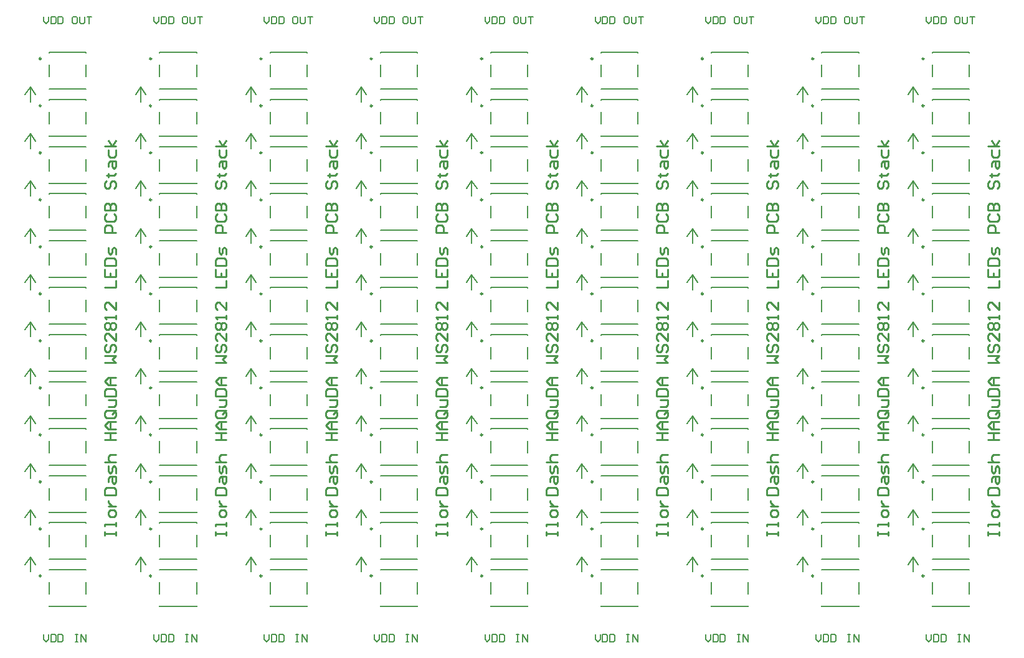
<source format=gto>
G04*
G04 #@! TF.GenerationSoftware,Altium Limited,Altium Designer,21.7.2 (23)*
G04*
G04 Layer_Color=65535*
%FSLAX44Y44*%
%MOMM*%
G71*
G04*
G04 #@! TF.SameCoordinates,347EBB59-7EAA-41E4-9BFB-609F0E12C0C3*
G04*
G04*
G04 #@! TF.FilePolarity,Positive*
G04*
G01*
G75*
%ADD20C,0.2500*%
%ADD22C,0.2000*%
D20*
X38750Y144500D02*
G03*
X38750Y144500I-1250J0D01*
G01*
Y848500D02*
G03*
X38750Y848500I-1250J0D01*
G01*
Y528500D02*
G03*
X38750Y528500I-1250J0D01*
G01*
Y464500D02*
G03*
X38750Y464500I-1250J0D01*
G01*
Y400500D02*
G03*
X38750Y400500I-1250J0D01*
G01*
Y592500D02*
G03*
X38750Y592500I-1250J0D01*
G01*
Y336500D02*
G03*
X38750Y336500I-1250J0D01*
G01*
Y720500D02*
G03*
X38750Y720500I-1250J0D01*
G01*
Y656500D02*
G03*
X38750Y656500I-1250J0D01*
G01*
Y784500D02*
G03*
X38750Y784500I-1250J0D01*
G01*
Y208500D02*
G03*
X38750Y208500I-1250J0D01*
G01*
Y272500D02*
G03*
X38750Y272500I-1250J0D01*
G01*
X125505Y199500D02*
Y204498D01*
Y201999D01*
X140500D01*
Y199500D01*
Y204498D01*
Y211996D02*
Y216994D01*
Y214495D01*
X125505D01*
Y211996D01*
X140500Y226991D02*
Y231989D01*
X138001Y234489D01*
X133003D01*
X130503Y231989D01*
Y226991D01*
X133003Y224492D01*
X138001D01*
X140500Y226991D01*
X130503Y239487D02*
X140500D01*
X135502D01*
X133003Y241986D01*
X130503Y244485D01*
Y246985D01*
X125505Y254482D02*
X140500D01*
Y261980D01*
X138001Y264479D01*
X128004D01*
X125505Y261980D01*
Y254482D01*
X130503Y271977D02*
Y276975D01*
X133003Y279474D01*
X140500D01*
Y271977D01*
X138001Y269477D01*
X135502Y271977D01*
Y279474D01*
X140500Y284473D02*
Y291970D01*
X138001Y294469D01*
X135502Y291970D01*
Y286972D01*
X133003Y284473D01*
X130503Y286972D01*
Y294469D01*
X125505Y299468D02*
X140500D01*
X133003D01*
X130503Y301967D01*
Y306965D01*
X133003Y309464D01*
X140500D01*
X125505Y329458D02*
X140500D01*
X133003D01*
Y339455D01*
X125505D01*
X140500D01*
Y344453D02*
X130503D01*
X125505Y349451D01*
X130503Y354450D01*
X140500D01*
X133003D01*
Y344453D01*
X138001Y369445D02*
X128004D01*
X125505Y366946D01*
Y361947D01*
X128004Y359448D01*
X138001D01*
X140500Y361947D01*
Y366946D01*
X135502Y364447D02*
X140500Y369445D01*
Y366946D02*
X138001Y369445D01*
X130503Y374443D02*
X138001D01*
X140500Y376942D01*
Y384440D01*
X130503D01*
X125505Y389439D02*
X140500D01*
Y396936D01*
X138001Y399435D01*
X128004D01*
X125505Y396936D01*
Y389439D01*
X140500Y404434D02*
X130503D01*
X125505Y409432D01*
X130503Y414430D01*
X140500D01*
X133003D01*
Y404434D01*
X125505Y434424D02*
X140500D01*
X135502Y439422D01*
X140500Y444421D01*
X125505D01*
X128004Y459416D02*
X125505Y456917D01*
Y451918D01*
X128004Y449419D01*
X130503D01*
X133003Y451918D01*
Y456917D01*
X135502Y459416D01*
X138001D01*
X140500Y456917D01*
Y451918D01*
X138001Y449419D01*
X140500Y474411D02*
Y464414D01*
X130503Y474411D01*
X128004D01*
X125505Y471912D01*
Y466913D01*
X128004Y464414D01*
Y479409D02*
X125505Y481908D01*
Y486907D01*
X128004Y489406D01*
X130503D01*
X133003Y486907D01*
X135502Y489406D01*
X138001D01*
X140500Y486907D01*
Y481908D01*
X138001Y479409D01*
X135502D01*
X133003Y481908D01*
X130503Y479409D01*
X128004D01*
X133003Y481908D02*
Y486907D01*
X140500Y494404D02*
Y499403D01*
Y496904D01*
X125505D01*
X128004Y494404D01*
X140500Y516897D02*
Y506900D01*
X130503Y516897D01*
X128004D01*
X125505Y514398D01*
Y509400D01*
X128004Y506900D01*
X125505Y536891D02*
X140500D01*
Y546888D01*
X125505Y561883D02*
Y551886D01*
X140500D01*
Y561883D01*
X133003Y551886D02*
Y556884D01*
X125505Y566881D02*
X140500D01*
Y574379D01*
X138001Y576878D01*
X128004D01*
X125505Y574379D01*
Y566881D01*
X140500Y581876D02*
Y589374D01*
X138001Y591873D01*
X135502Y589374D01*
Y584375D01*
X133003Y581876D01*
X130503Y584375D01*
Y591873D01*
X140500Y611866D02*
X125505D01*
Y619364D01*
X128004Y621863D01*
X133003D01*
X135502Y619364D01*
Y611866D01*
X128004Y636858D02*
X125505Y634359D01*
Y629361D01*
X128004Y626862D01*
X138001D01*
X140500Y629361D01*
Y634359D01*
X138001Y636858D01*
X125505Y641857D02*
X140500D01*
Y649354D01*
X138001Y651853D01*
X135502D01*
X133003Y649354D01*
Y641857D01*
Y649354D01*
X130503Y651853D01*
X128004D01*
X125505Y649354D01*
Y641857D01*
X128004Y681844D02*
X125505Y679345D01*
Y674346D01*
X128004Y671847D01*
X130503D01*
X133003Y674346D01*
Y679345D01*
X135502Y681844D01*
X138001D01*
X140500Y679345D01*
Y674346D01*
X138001Y671847D01*
X128004Y689341D02*
X130503D01*
Y686842D01*
Y691841D01*
Y689341D01*
X138001D01*
X140500Y691841D01*
X130503Y701837D02*
Y706836D01*
X133003Y709335D01*
X140500D01*
Y701837D01*
X138001Y699338D01*
X135502Y701837D01*
Y709335D01*
X130503Y724330D02*
Y716833D01*
X133003Y714333D01*
X138001D01*
X140500Y716833D01*
Y724330D01*
Y729328D02*
X125505D01*
X135502D02*
X130503Y736826D01*
X135502Y729328D02*
X140500Y736826D01*
X188750Y144500D02*
G03*
X188750Y144500I-1250J0D01*
G01*
Y848500D02*
G03*
X188750Y848500I-1250J0D01*
G01*
Y528500D02*
G03*
X188750Y528500I-1250J0D01*
G01*
Y464500D02*
G03*
X188750Y464500I-1250J0D01*
G01*
Y400500D02*
G03*
X188750Y400500I-1250J0D01*
G01*
Y592500D02*
G03*
X188750Y592500I-1250J0D01*
G01*
Y336500D02*
G03*
X188750Y336500I-1250J0D01*
G01*
Y720500D02*
G03*
X188750Y720500I-1250J0D01*
G01*
Y656500D02*
G03*
X188750Y656500I-1250J0D01*
G01*
Y784500D02*
G03*
X188750Y784500I-1250J0D01*
G01*
Y208500D02*
G03*
X188750Y208500I-1250J0D01*
G01*
Y272500D02*
G03*
X188750Y272500I-1250J0D01*
G01*
X275505Y199500D02*
Y204498D01*
Y201999D01*
X290500D01*
Y199500D01*
Y204498D01*
Y211996D02*
Y216994D01*
Y214495D01*
X275505D01*
Y211996D01*
X290500Y226991D02*
Y231989D01*
X288001Y234489D01*
X283002D01*
X280503Y231989D01*
Y226991D01*
X283002Y224492D01*
X288001D01*
X290500Y226991D01*
X280503Y239487D02*
X290500D01*
X285502D01*
X283002Y241986D01*
X280503Y244485D01*
Y246985D01*
X275505Y254482D02*
X290500D01*
Y261980D01*
X288001Y264479D01*
X278004D01*
X275505Y261980D01*
Y254482D01*
X280503Y271977D02*
Y276975D01*
X283002Y279474D01*
X290500D01*
Y271977D01*
X288001Y269477D01*
X285502Y271977D01*
Y279474D01*
X290500Y284473D02*
Y291970D01*
X288001Y294469D01*
X285502Y291970D01*
Y286972D01*
X283002Y284473D01*
X280503Y286972D01*
Y294469D01*
X275505Y299468D02*
X290500D01*
X283002D01*
X280503Y301967D01*
Y306965D01*
X283002Y309464D01*
X290500D01*
X275505Y329458D02*
X290500D01*
X283002D01*
Y339455D01*
X275505D01*
X290500D01*
Y344453D02*
X280503D01*
X275505Y349451D01*
X280503Y354450D01*
X290500D01*
X283002D01*
Y344453D01*
X288001Y369445D02*
X278004D01*
X275505Y366946D01*
Y361947D01*
X278004Y359448D01*
X288001D01*
X290500Y361947D01*
Y366946D01*
X285502Y364447D02*
X290500Y369445D01*
Y366946D02*
X288001Y369445D01*
X280503Y374443D02*
X288001D01*
X290500Y376942D01*
Y384440D01*
X280503D01*
X275505Y389439D02*
X290500D01*
Y396936D01*
X288001Y399435D01*
X278004D01*
X275505Y396936D01*
Y389439D01*
X290500Y404434D02*
X280503D01*
X275505Y409432D01*
X280503Y414430D01*
X290500D01*
X283002D01*
Y404434D01*
X275505Y434424D02*
X290500D01*
X285502Y439422D01*
X290500Y444421D01*
X275505D01*
X278004Y459416D02*
X275505Y456917D01*
Y451918D01*
X278004Y449419D01*
X280503D01*
X283002Y451918D01*
Y456917D01*
X285502Y459416D01*
X288001D01*
X290500Y456917D01*
Y451918D01*
X288001Y449419D01*
X290500Y474411D02*
Y464414D01*
X280503Y474411D01*
X278004D01*
X275505Y471912D01*
Y466913D01*
X278004Y464414D01*
Y479409D02*
X275505Y481908D01*
Y486907D01*
X278004Y489406D01*
X280503D01*
X283002Y486907D01*
X285502Y489406D01*
X288001D01*
X290500Y486907D01*
Y481908D01*
X288001Y479409D01*
X285502D01*
X283002Y481908D01*
X280503Y479409D01*
X278004D01*
X283002Y481908D02*
Y486907D01*
X290500Y494404D02*
Y499403D01*
Y496904D01*
X275505D01*
X278004Y494404D01*
X290500Y516897D02*
Y506900D01*
X280503Y516897D01*
X278004D01*
X275505Y514398D01*
Y509400D01*
X278004Y506900D01*
X275505Y536891D02*
X290500D01*
Y546888D01*
X275505Y561883D02*
Y551886D01*
X290500D01*
Y561883D01*
X283002Y551886D02*
Y556884D01*
X275505Y566881D02*
X290500D01*
Y574379D01*
X288001Y576878D01*
X278004D01*
X275505Y574379D01*
Y566881D01*
X290500Y581876D02*
Y589374D01*
X288001Y591873D01*
X285502Y589374D01*
Y584375D01*
X283002Y581876D01*
X280503Y584375D01*
Y591873D01*
X290500Y611866D02*
X275505D01*
Y619364D01*
X278004Y621863D01*
X283002D01*
X285502Y619364D01*
Y611866D01*
X278004Y636858D02*
X275505Y634359D01*
Y629361D01*
X278004Y626862D01*
X288001D01*
X290500Y629361D01*
Y634359D01*
X288001Y636858D01*
X275505Y641857D02*
X290500D01*
Y649354D01*
X288001Y651853D01*
X285502D01*
X283002Y649354D01*
Y641857D01*
Y649354D01*
X280503Y651853D01*
X278004D01*
X275505Y649354D01*
Y641857D01*
X278004Y681844D02*
X275505Y679345D01*
Y674346D01*
X278004Y671847D01*
X280503D01*
X283002Y674346D01*
Y679345D01*
X285502Y681844D01*
X288001D01*
X290500Y679345D01*
Y674346D01*
X288001Y671847D01*
X278004Y689341D02*
X280503D01*
Y686842D01*
Y691841D01*
Y689341D01*
X288001D01*
X290500Y691841D01*
X280503Y701837D02*
Y706836D01*
X283002Y709335D01*
X290500D01*
Y701837D01*
X288001Y699338D01*
X285502Y701837D01*
Y709335D01*
X280503Y724330D02*
Y716833D01*
X283002Y714333D01*
X288001D01*
X290500Y716833D01*
Y724330D01*
Y729328D02*
X275505D01*
X285502D02*
X280503Y736826D01*
X285502Y729328D02*
X290500Y736826D01*
X338750Y144500D02*
G03*
X338750Y144500I-1250J0D01*
G01*
Y848500D02*
G03*
X338750Y848500I-1250J0D01*
G01*
Y528500D02*
G03*
X338750Y528500I-1250J0D01*
G01*
Y464500D02*
G03*
X338750Y464500I-1250J0D01*
G01*
Y400500D02*
G03*
X338750Y400500I-1250J0D01*
G01*
Y592500D02*
G03*
X338750Y592500I-1250J0D01*
G01*
Y336500D02*
G03*
X338750Y336500I-1250J0D01*
G01*
Y720500D02*
G03*
X338750Y720500I-1250J0D01*
G01*
Y656500D02*
G03*
X338750Y656500I-1250J0D01*
G01*
Y784500D02*
G03*
X338750Y784500I-1250J0D01*
G01*
Y208500D02*
G03*
X338750Y208500I-1250J0D01*
G01*
Y272500D02*
G03*
X338750Y272500I-1250J0D01*
G01*
X425505Y199500D02*
Y204498D01*
Y201999D01*
X440500D01*
Y199500D01*
Y204498D01*
Y211996D02*
Y216994D01*
Y214495D01*
X425505D01*
Y211996D01*
X440500Y226991D02*
Y231989D01*
X438001Y234489D01*
X433003D01*
X430503Y231989D01*
Y226991D01*
X433003Y224492D01*
X438001D01*
X440500Y226991D01*
X430503Y239487D02*
X440500D01*
X435502D01*
X433003Y241986D01*
X430503Y244485D01*
Y246985D01*
X425505Y254482D02*
X440500D01*
Y261980D01*
X438001Y264479D01*
X428004D01*
X425505Y261980D01*
Y254482D01*
X430503Y271977D02*
Y276975D01*
X433003Y279474D01*
X440500D01*
Y271977D01*
X438001Y269477D01*
X435502Y271977D01*
Y279474D01*
X440500Y284473D02*
Y291970D01*
X438001Y294469D01*
X435502Y291970D01*
Y286972D01*
X433003Y284473D01*
X430503Y286972D01*
Y294469D01*
X425505Y299468D02*
X440500D01*
X433003D01*
X430503Y301967D01*
Y306965D01*
X433003Y309464D01*
X440500D01*
X425505Y329458D02*
X440500D01*
X433003D01*
Y339455D01*
X425505D01*
X440500D01*
Y344453D02*
X430503D01*
X425505Y349451D01*
X430503Y354450D01*
X440500D01*
X433003D01*
Y344453D01*
X438001Y369445D02*
X428004D01*
X425505Y366946D01*
Y361947D01*
X428004Y359448D01*
X438001D01*
X440500Y361947D01*
Y366946D01*
X435502Y364447D02*
X440500Y369445D01*
Y366946D02*
X438001Y369445D01*
X430503Y374443D02*
X438001D01*
X440500Y376942D01*
Y384440D01*
X430503D01*
X425505Y389439D02*
X440500D01*
Y396936D01*
X438001Y399435D01*
X428004D01*
X425505Y396936D01*
Y389439D01*
X440500Y404434D02*
X430503D01*
X425505Y409432D01*
X430503Y414430D01*
X440500D01*
X433003D01*
Y404434D01*
X425505Y434424D02*
X440500D01*
X435502Y439422D01*
X440500Y444421D01*
X425505D01*
X428004Y459416D02*
X425505Y456917D01*
Y451918D01*
X428004Y449419D01*
X430503D01*
X433003Y451918D01*
Y456917D01*
X435502Y459416D01*
X438001D01*
X440500Y456917D01*
Y451918D01*
X438001Y449419D01*
X440500Y474411D02*
Y464414D01*
X430503Y474411D01*
X428004D01*
X425505Y471912D01*
Y466913D01*
X428004Y464414D01*
Y479409D02*
X425505Y481908D01*
Y486907D01*
X428004Y489406D01*
X430503D01*
X433003Y486907D01*
X435502Y489406D01*
X438001D01*
X440500Y486907D01*
Y481908D01*
X438001Y479409D01*
X435502D01*
X433003Y481908D01*
X430503Y479409D01*
X428004D01*
X433003Y481908D02*
Y486907D01*
X440500Y494404D02*
Y499403D01*
Y496904D01*
X425505D01*
X428004Y494404D01*
X440500Y516897D02*
Y506900D01*
X430503Y516897D01*
X428004D01*
X425505Y514398D01*
Y509400D01*
X428004Y506900D01*
X425505Y536891D02*
X440500D01*
Y546888D01*
X425505Y561883D02*
Y551886D01*
X440500D01*
Y561883D01*
X433003Y551886D02*
Y556884D01*
X425505Y566881D02*
X440500D01*
Y574379D01*
X438001Y576878D01*
X428004D01*
X425505Y574379D01*
Y566881D01*
X440500Y581876D02*
Y589374D01*
X438001Y591873D01*
X435502Y589374D01*
Y584375D01*
X433003Y581876D01*
X430503Y584375D01*
Y591873D01*
X440500Y611866D02*
X425505D01*
Y619364D01*
X428004Y621863D01*
X433003D01*
X435502Y619364D01*
Y611866D01*
X428004Y636858D02*
X425505Y634359D01*
Y629361D01*
X428004Y626862D01*
X438001D01*
X440500Y629361D01*
Y634359D01*
X438001Y636858D01*
X425505Y641857D02*
X440500D01*
Y649354D01*
X438001Y651853D01*
X435502D01*
X433003Y649354D01*
Y641857D01*
Y649354D01*
X430503Y651853D01*
X428004D01*
X425505Y649354D01*
Y641857D01*
X428004Y681844D02*
X425505Y679345D01*
Y674346D01*
X428004Y671847D01*
X430503D01*
X433003Y674346D01*
Y679345D01*
X435502Y681844D01*
X438001D01*
X440500Y679345D01*
Y674346D01*
X438001Y671847D01*
X428004Y689341D02*
X430503D01*
Y686842D01*
Y691841D01*
Y689341D01*
X438001D01*
X440500Y691841D01*
X430503Y701837D02*
Y706836D01*
X433003Y709335D01*
X440500D01*
Y701837D01*
X438001Y699338D01*
X435502Y701837D01*
Y709335D01*
X430503Y724330D02*
Y716833D01*
X433003Y714333D01*
X438001D01*
X440500Y716833D01*
Y724330D01*
Y729328D02*
X425505D01*
X435502D02*
X430503Y736826D01*
X435502Y729328D02*
X440500Y736826D01*
X488750Y144500D02*
G03*
X488750Y144500I-1250J0D01*
G01*
Y848500D02*
G03*
X488750Y848500I-1250J0D01*
G01*
Y528500D02*
G03*
X488750Y528500I-1250J0D01*
G01*
Y464500D02*
G03*
X488750Y464500I-1250J0D01*
G01*
Y400500D02*
G03*
X488750Y400500I-1250J0D01*
G01*
Y592500D02*
G03*
X488750Y592500I-1250J0D01*
G01*
Y336500D02*
G03*
X488750Y336500I-1250J0D01*
G01*
Y720500D02*
G03*
X488750Y720500I-1250J0D01*
G01*
Y656500D02*
G03*
X488750Y656500I-1250J0D01*
G01*
Y784500D02*
G03*
X488750Y784500I-1250J0D01*
G01*
Y208500D02*
G03*
X488750Y208500I-1250J0D01*
G01*
Y272500D02*
G03*
X488750Y272500I-1250J0D01*
G01*
X575505Y199500D02*
Y204498D01*
Y201999D01*
X590500D01*
Y199500D01*
Y204498D01*
Y211996D02*
Y216994D01*
Y214495D01*
X575505D01*
Y211996D01*
X590500Y226991D02*
Y231989D01*
X588001Y234489D01*
X583003D01*
X580503Y231989D01*
Y226991D01*
X583003Y224492D01*
X588001D01*
X590500Y226991D01*
X580503Y239487D02*
X590500D01*
X585502D01*
X583003Y241986D01*
X580503Y244485D01*
Y246985D01*
X575505Y254482D02*
X590500D01*
Y261980D01*
X588001Y264479D01*
X578004D01*
X575505Y261980D01*
Y254482D01*
X580503Y271977D02*
Y276975D01*
X583003Y279474D01*
X590500D01*
Y271977D01*
X588001Y269477D01*
X585502Y271977D01*
Y279474D01*
X590500Y284473D02*
Y291970D01*
X588001Y294469D01*
X585502Y291970D01*
Y286972D01*
X583003Y284473D01*
X580503Y286972D01*
Y294469D01*
X575505Y299468D02*
X590500D01*
X583003D01*
X580503Y301967D01*
Y306965D01*
X583003Y309464D01*
X590500D01*
X575505Y329458D02*
X590500D01*
X583003D01*
Y339455D01*
X575505D01*
X590500D01*
Y344453D02*
X580503D01*
X575505Y349451D01*
X580503Y354450D01*
X590500D01*
X583003D01*
Y344453D01*
X588001Y369445D02*
X578004D01*
X575505Y366946D01*
Y361947D01*
X578004Y359448D01*
X588001D01*
X590500Y361947D01*
Y366946D01*
X585502Y364447D02*
X590500Y369445D01*
Y366946D02*
X588001Y369445D01*
X580503Y374443D02*
X588001D01*
X590500Y376942D01*
Y384440D01*
X580503D01*
X575505Y389439D02*
X590500D01*
Y396936D01*
X588001Y399435D01*
X578004D01*
X575505Y396936D01*
Y389439D01*
X590500Y404434D02*
X580503D01*
X575505Y409432D01*
X580503Y414430D01*
X590500D01*
X583003D01*
Y404434D01*
X575505Y434424D02*
X590500D01*
X585502Y439422D01*
X590500Y444421D01*
X575505D01*
X578004Y459416D02*
X575505Y456917D01*
Y451918D01*
X578004Y449419D01*
X580503D01*
X583003Y451918D01*
Y456917D01*
X585502Y459416D01*
X588001D01*
X590500Y456917D01*
Y451918D01*
X588001Y449419D01*
X590500Y474411D02*
Y464414D01*
X580503Y474411D01*
X578004D01*
X575505Y471912D01*
Y466913D01*
X578004Y464414D01*
Y479409D02*
X575505Y481908D01*
Y486907D01*
X578004Y489406D01*
X580503D01*
X583003Y486907D01*
X585502Y489406D01*
X588001D01*
X590500Y486907D01*
Y481908D01*
X588001Y479409D01*
X585502D01*
X583003Y481908D01*
X580503Y479409D01*
X578004D01*
X583003Y481908D02*
Y486907D01*
X590500Y494404D02*
Y499403D01*
Y496904D01*
X575505D01*
X578004Y494404D01*
X590500Y516897D02*
Y506900D01*
X580503Y516897D01*
X578004D01*
X575505Y514398D01*
Y509400D01*
X578004Y506900D01*
X575505Y536891D02*
X590500D01*
Y546888D01*
X575505Y561883D02*
Y551886D01*
X590500D01*
Y561883D01*
X583003Y551886D02*
Y556884D01*
X575505Y566881D02*
X590500D01*
Y574379D01*
X588001Y576878D01*
X578004D01*
X575505Y574379D01*
Y566881D01*
X590500Y581876D02*
Y589374D01*
X588001Y591873D01*
X585502Y589374D01*
Y584375D01*
X583003Y581876D01*
X580503Y584375D01*
Y591873D01*
X590500Y611866D02*
X575505D01*
Y619364D01*
X578004Y621863D01*
X583003D01*
X585502Y619364D01*
Y611866D01*
X578004Y636858D02*
X575505Y634359D01*
Y629361D01*
X578004Y626862D01*
X588001D01*
X590500Y629361D01*
Y634359D01*
X588001Y636858D01*
X575505Y641857D02*
X590500D01*
Y649354D01*
X588001Y651853D01*
X585502D01*
X583003Y649354D01*
Y641857D01*
Y649354D01*
X580503Y651853D01*
X578004D01*
X575505Y649354D01*
Y641857D01*
X578004Y681844D02*
X575505Y679345D01*
Y674346D01*
X578004Y671847D01*
X580503D01*
X583003Y674346D01*
Y679345D01*
X585502Y681844D01*
X588001D01*
X590500Y679345D01*
Y674346D01*
X588001Y671847D01*
X578004Y689341D02*
X580503D01*
Y686842D01*
Y691841D01*
Y689341D01*
X588001D01*
X590500Y691841D01*
X580503Y701837D02*
Y706836D01*
X583003Y709335D01*
X590500D01*
Y701837D01*
X588001Y699338D01*
X585502Y701837D01*
Y709335D01*
X580503Y724330D02*
Y716833D01*
X583003Y714333D01*
X588001D01*
X590500Y716833D01*
Y724330D01*
Y729328D02*
X575505D01*
X585502D02*
X580503Y736826D01*
X585502Y729328D02*
X590500Y736826D01*
X638750Y144500D02*
G03*
X638750Y144500I-1250J0D01*
G01*
Y848500D02*
G03*
X638750Y848500I-1250J0D01*
G01*
Y528500D02*
G03*
X638750Y528500I-1250J0D01*
G01*
Y464500D02*
G03*
X638750Y464500I-1250J0D01*
G01*
Y400500D02*
G03*
X638750Y400500I-1250J0D01*
G01*
Y592500D02*
G03*
X638750Y592500I-1250J0D01*
G01*
Y336500D02*
G03*
X638750Y336500I-1250J0D01*
G01*
Y720500D02*
G03*
X638750Y720500I-1250J0D01*
G01*
Y656500D02*
G03*
X638750Y656500I-1250J0D01*
G01*
Y784500D02*
G03*
X638750Y784500I-1250J0D01*
G01*
Y208500D02*
G03*
X638750Y208500I-1250J0D01*
G01*
Y272500D02*
G03*
X638750Y272500I-1250J0D01*
G01*
X725505Y199500D02*
Y204498D01*
Y201999D01*
X740500D01*
Y199500D01*
Y204498D01*
Y211996D02*
Y216994D01*
Y214495D01*
X725505D01*
Y211996D01*
X740500Y226991D02*
Y231989D01*
X738001Y234489D01*
X733002D01*
X730503Y231989D01*
Y226991D01*
X733002Y224492D01*
X738001D01*
X740500Y226991D01*
X730503Y239487D02*
X740500D01*
X735502D01*
X733002Y241986D01*
X730503Y244485D01*
Y246985D01*
X725505Y254482D02*
X740500D01*
Y261980D01*
X738001Y264479D01*
X728004D01*
X725505Y261980D01*
Y254482D01*
X730503Y271977D02*
Y276975D01*
X733002Y279474D01*
X740500D01*
Y271977D01*
X738001Y269477D01*
X735502Y271977D01*
Y279474D01*
X740500Y284473D02*
Y291970D01*
X738001Y294469D01*
X735502Y291970D01*
Y286972D01*
X733002Y284473D01*
X730503Y286972D01*
Y294469D01*
X725505Y299468D02*
X740500D01*
X733002D01*
X730503Y301967D01*
Y306965D01*
X733002Y309464D01*
X740500D01*
X725505Y329458D02*
X740500D01*
X733002D01*
Y339455D01*
X725505D01*
X740500D01*
Y344453D02*
X730503D01*
X725505Y349451D01*
X730503Y354450D01*
X740500D01*
X733002D01*
Y344453D01*
X738001Y369445D02*
X728004D01*
X725505Y366946D01*
Y361947D01*
X728004Y359448D01*
X738001D01*
X740500Y361947D01*
Y366946D01*
X735502Y364447D02*
X740500Y369445D01*
Y366946D02*
X738001Y369445D01*
X730503Y374443D02*
X738001D01*
X740500Y376942D01*
Y384440D01*
X730503D01*
X725505Y389439D02*
X740500D01*
Y396936D01*
X738001Y399435D01*
X728004D01*
X725505Y396936D01*
Y389439D01*
X740500Y404434D02*
X730503D01*
X725505Y409432D01*
X730503Y414430D01*
X740500D01*
X733002D01*
Y404434D01*
X725505Y434424D02*
X740500D01*
X735502Y439422D01*
X740500Y444421D01*
X725505D01*
X728004Y459416D02*
X725505Y456917D01*
Y451918D01*
X728004Y449419D01*
X730503D01*
X733002Y451918D01*
Y456917D01*
X735502Y459416D01*
X738001D01*
X740500Y456917D01*
Y451918D01*
X738001Y449419D01*
X740500Y474411D02*
Y464414D01*
X730503Y474411D01*
X728004D01*
X725505Y471912D01*
Y466913D01*
X728004Y464414D01*
Y479409D02*
X725505Y481908D01*
Y486907D01*
X728004Y489406D01*
X730503D01*
X733002Y486907D01*
X735502Y489406D01*
X738001D01*
X740500Y486907D01*
Y481908D01*
X738001Y479409D01*
X735502D01*
X733002Y481908D01*
X730503Y479409D01*
X728004D01*
X733002Y481908D02*
Y486907D01*
X740500Y494404D02*
Y499403D01*
Y496904D01*
X725505D01*
X728004Y494404D01*
X740500Y516897D02*
Y506900D01*
X730503Y516897D01*
X728004D01*
X725505Y514398D01*
Y509400D01*
X728004Y506900D01*
X725505Y536891D02*
X740500D01*
Y546888D01*
X725505Y561883D02*
Y551886D01*
X740500D01*
Y561883D01*
X733002Y551886D02*
Y556884D01*
X725505Y566881D02*
X740500D01*
Y574379D01*
X738001Y576878D01*
X728004D01*
X725505Y574379D01*
Y566881D01*
X740500Y581876D02*
Y589374D01*
X738001Y591873D01*
X735502Y589374D01*
Y584375D01*
X733002Y581876D01*
X730503Y584375D01*
Y591873D01*
X740500Y611866D02*
X725505D01*
Y619364D01*
X728004Y621863D01*
X733002D01*
X735502Y619364D01*
Y611866D01*
X728004Y636858D02*
X725505Y634359D01*
Y629361D01*
X728004Y626862D01*
X738001D01*
X740500Y629361D01*
Y634359D01*
X738001Y636858D01*
X725505Y641857D02*
X740500D01*
Y649354D01*
X738001Y651853D01*
X735502D01*
X733002Y649354D01*
Y641857D01*
Y649354D01*
X730503Y651853D01*
X728004D01*
X725505Y649354D01*
Y641857D01*
X728004Y681844D02*
X725505Y679345D01*
Y674346D01*
X728004Y671847D01*
X730503D01*
X733002Y674346D01*
Y679345D01*
X735502Y681844D01*
X738001D01*
X740500Y679345D01*
Y674346D01*
X738001Y671847D01*
X728004Y689341D02*
X730503D01*
Y686842D01*
Y691841D01*
Y689341D01*
X738001D01*
X740500Y691841D01*
X730503Y701837D02*
Y706836D01*
X733002Y709335D01*
X740500D01*
Y701837D01*
X738001Y699338D01*
X735502Y701837D01*
Y709335D01*
X730503Y724330D02*
Y716833D01*
X733002Y714333D01*
X738001D01*
X740500Y716833D01*
Y724330D01*
Y729328D02*
X725505D01*
X735502D02*
X730503Y736826D01*
X735502Y729328D02*
X740500Y736826D01*
X788750Y144500D02*
G03*
X788750Y144500I-1250J0D01*
G01*
Y848500D02*
G03*
X788750Y848500I-1250J0D01*
G01*
Y528500D02*
G03*
X788750Y528500I-1250J0D01*
G01*
Y464500D02*
G03*
X788750Y464500I-1250J0D01*
G01*
Y400500D02*
G03*
X788750Y400500I-1250J0D01*
G01*
Y592500D02*
G03*
X788750Y592500I-1250J0D01*
G01*
Y336500D02*
G03*
X788750Y336500I-1250J0D01*
G01*
Y720500D02*
G03*
X788750Y720500I-1250J0D01*
G01*
Y656500D02*
G03*
X788750Y656500I-1250J0D01*
G01*
Y784500D02*
G03*
X788750Y784500I-1250J0D01*
G01*
Y208500D02*
G03*
X788750Y208500I-1250J0D01*
G01*
Y272500D02*
G03*
X788750Y272500I-1250J0D01*
G01*
X875505Y199500D02*
Y204498D01*
Y201999D01*
X890500D01*
Y199500D01*
Y204498D01*
Y211996D02*
Y216994D01*
Y214495D01*
X875505D01*
Y211996D01*
X890500Y226991D02*
Y231989D01*
X888001Y234489D01*
X883002D01*
X880503Y231989D01*
Y226991D01*
X883002Y224492D01*
X888001D01*
X890500Y226991D01*
X880503Y239487D02*
X890500D01*
X885502D01*
X883002Y241986D01*
X880503Y244485D01*
Y246985D01*
X875505Y254482D02*
X890500D01*
Y261980D01*
X888001Y264479D01*
X878004D01*
X875505Y261980D01*
Y254482D01*
X880503Y271977D02*
Y276975D01*
X883002Y279474D01*
X890500D01*
Y271977D01*
X888001Y269477D01*
X885502Y271977D01*
Y279474D01*
X890500Y284473D02*
Y291970D01*
X888001Y294469D01*
X885502Y291970D01*
Y286972D01*
X883002Y284473D01*
X880503Y286972D01*
Y294469D01*
X875505Y299468D02*
X890500D01*
X883002D01*
X880503Y301967D01*
Y306965D01*
X883002Y309464D01*
X890500D01*
X875505Y329458D02*
X890500D01*
X883002D01*
Y339455D01*
X875505D01*
X890500D01*
Y344453D02*
X880503D01*
X875505Y349451D01*
X880503Y354450D01*
X890500D01*
X883002D01*
Y344453D01*
X888001Y369445D02*
X878004D01*
X875505Y366946D01*
Y361947D01*
X878004Y359448D01*
X888001D01*
X890500Y361947D01*
Y366946D01*
X885502Y364447D02*
X890500Y369445D01*
Y366946D02*
X888001Y369445D01*
X880503Y374443D02*
X888001D01*
X890500Y376942D01*
Y384440D01*
X880503D01*
X875505Y389439D02*
X890500D01*
Y396936D01*
X888001Y399435D01*
X878004D01*
X875505Y396936D01*
Y389439D01*
X890500Y404434D02*
X880503D01*
X875505Y409432D01*
X880503Y414430D01*
X890500D01*
X883002D01*
Y404434D01*
X875505Y434424D02*
X890500D01*
X885502Y439422D01*
X890500Y444421D01*
X875505D01*
X878004Y459416D02*
X875505Y456917D01*
Y451918D01*
X878004Y449419D01*
X880503D01*
X883002Y451918D01*
Y456917D01*
X885502Y459416D01*
X888001D01*
X890500Y456917D01*
Y451918D01*
X888001Y449419D01*
X890500Y474411D02*
Y464414D01*
X880503Y474411D01*
X878004D01*
X875505Y471912D01*
Y466913D01*
X878004Y464414D01*
Y479409D02*
X875505Y481908D01*
Y486907D01*
X878004Y489406D01*
X880503D01*
X883002Y486907D01*
X885502Y489406D01*
X888001D01*
X890500Y486907D01*
Y481908D01*
X888001Y479409D01*
X885502D01*
X883002Y481908D01*
X880503Y479409D01*
X878004D01*
X883002Y481908D02*
Y486907D01*
X890500Y494404D02*
Y499403D01*
Y496904D01*
X875505D01*
X878004Y494404D01*
X890500Y516897D02*
Y506900D01*
X880503Y516897D01*
X878004D01*
X875505Y514398D01*
Y509400D01*
X878004Y506900D01*
X875505Y536891D02*
X890500D01*
Y546888D01*
X875505Y561883D02*
Y551886D01*
X890500D01*
Y561883D01*
X883002Y551886D02*
Y556884D01*
X875505Y566881D02*
X890500D01*
Y574379D01*
X888001Y576878D01*
X878004D01*
X875505Y574379D01*
Y566881D01*
X890500Y581876D02*
Y589374D01*
X888001Y591873D01*
X885502Y589374D01*
Y584375D01*
X883002Y581876D01*
X880503Y584375D01*
Y591873D01*
X890500Y611866D02*
X875505D01*
Y619364D01*
X878004Y621863D01*
X883002D01*
X885502Y619364D01*
Y611866D01*
X878004Y636858D02*
X875505Y634359D01*
Y629361D01*
X878004Y626862D01*
X888001D01*
X890500Y629361D01*
Y634359D01*
X888001Y636858D01*
X875505Y641857D02*
X890500D01*
Y649354D01*
X888001Y651853D01*
X885502D01*
X883002Y649354D01*
Y641857D01*
Y649354D01*
X880503Y651853D01*
X878004D01*
X875505Y649354D01*
Y641857D01*
X878004Y681844D02*
X875505Y679345D01*
Y674346D01*
X878004Y671847D01*
X880503D01*
X883002Y674346D01*
Y679345D01*
X885502Y681844D01*
X888001D01*
X890500Y679345D01*
Y674346D01*
X888001Y671847D01*
X878004Y689341D02*
X880503D01*
Y686842D01*
Y691841D01*
Y689341D01*
X888001D01*
X890500Y691841D01*
X880503Y701837D02*
Y706836D01*
X883002Y709335D01*
X890500D01*
Y701837D01*
X888001Y699338D01*
X885502Y701837D01*
Y709335D01*
X880503Y724330D02*
Y716833D01*
X883002Y714333D01*
X888001D01*
X890500Y716833D01*
Y724330D01*
Y729328D02*
X875505D01*
X885502D02*
X880503Y736826D01*
X885502Y729328D02*
X890500Y736826D01*
X938750Y144500D02*
G03*
X938750Y144500I-1250J0D01*
G01*
Y848500D02*
G03*
X938750Y848500I-1250J0D01*
G01*
Y528500D02*
G03*
X938750Y528500I-1250J0D01*
G01*
Y464500D02*
G03*
X938750Y464500I-1250J0D01*
G01*
Y400500D02*
G03*
X938750Y400500I-1250J0D01*
G01*
Y592500D02*
G03*
X938750Y592500I-1250J0D01*
G01*
Y336500D02*
G03*
X938750Y336500I-1250J0D01*
G01*
Y720500D02*
G03*
X938750Y720500I-1250J0D01*
G01*
Y656500D02*
G03*
X938750Y656500I-1250J0D01*
G01*
Y784500D02*
G03*
X938750Y784500I-1250J0D01*
G01*
Y208500D02*
G03*
X938750Y208500I-1250J0D01*
G01*
Y272500D02*
G03*
X938750Y272500I-1250J0D01*
G01*
X1025505Y199500D02*
Y204498D01*
Y201999D01*
X1040500D01*
Y199500D01*
Y204498D01*
Y211996D02*
Y216994D01*
Y214495D01*
X1025505D01*
Y211996D01*
X1040500Y226991D02*
Y231989D01*
X1038001Y234489D01*
X1033002D01*
X1030503Y231989D01*
Y226991D01*
X1033002Y224492D01*
X1038001D01*
X1040500Y226991D01*
X1030503Y239487D02*
X1040500D01*
X1035502D01*
X1033002Y241986D01*
X1030503Y244485D01*
Y246985D01*
X1025505Y254482D02*
X1040500D01*
Y261980D01*
X1038001Y264479D01*
X1028004D01*
X1025505Y261980D01*
Y254482D01*
X1030503Y271977D02*
Y276975D01*
X1033002Y279474D01*
X1040500D01*
Y271977D01*
X1038001Y269477D01*
X1035502Y271977D01*
Y279474D01*
X1040500Y284473D02*
Y291970D01*
X1038001Y294469D01*
X1035502Y291970D01*
Y286972D01*
X1033002Y284473D01*
X1030503Y286972D01*
Y294469D01*
X1025505Y299468D02*
X1040500D01*
X1033002D01*
X1030503Y301967D01*
Y306965D01*
X1033002Y309464D01*
X1040500D01*
X1025505Y329458D02*
X1040500D01*
X1033002D01*
Y339455D01*
X1025505D01*
X1040500D01*
Y344453D02*
X1030503D01*
X1025505Y349451D01*
X1030503Y354450D01*
X1040500D01*
X1033002D01*
Y344453D01*
X1038001Y369445D02*
X1028004D01*
X1025505Y366946D01*
Y361947D01*
X1028004Y359448D01*
X1038001D01*
X1040500Y361947D01*
Y366946D01*
X1035502Y364447D02*
X1040500Y369445D01*
Y366946D02*
X1038001Y369445D01*
X1030503Y374443D02*
X1038001D01*
X1040500Y376942D01*
Y384440D01*
X1030503D01*
X1025505Y389439D02*
X1040500D01*
Y396936D01*
X1038001Y399435D01*
X1028004D01*
X1025505Y396936D01*
Y389439D01*
X1040500Y404434D02*
X1030503D01*
X1025505Y409432D01*
X1030503Y414430D01*
X1040500D01*
X1033002D01*
Y404434D01*
X1025505Y434424D02*
X1040500D01*
X1035502Y439422D01*
X1040500Y444421D01*
X1025505D01*
X1028004Y459416D02*
X1025505Y456917D01*
Y451918D01*
X1028004Y449419D01*
X1030503D01*
X1033002Y451918D01*
Y456917D01*
X1035502Y459416D01*
X1038001D01*
X1040500Y456917D01*
Y451918D01*
X1038001Y449419D01*
X1040500Y474411D02*
Y464414D01*
X1030503Y474411D01*
X1028004D01*
X1025505Y471912D01*
Y466913D01*
X1028004Y464414D01*
Y479409D02*
X1025505Y481908D01*
Y486907D01*
X1028004Y489406D01*
X1030503D01*
X1033002Y486907D01*
X1035502Y489406D01*
X1038001D01*
X1040500Y486907D01*
Y481908D01*
X1038001Y479409D01*
X1035502D01*
X1033002Y481908D01*
X1030503Y479409D01*
X1028004D01*
X1033002Y481908D02*
Y486907D01*
X1040500Y494404D02*
Y499403D01*
Y496904D01*
X1025505D01*
X1028004Y494404D01*
X1040500Y516897D02*
Y506900D01*
X1030503Y516897D01*
X1028004D01*
X1025505Y514398D01*
Y509400D01*
X1028004Y506900D01*
X1025505Y536891D02*
X1040500D01*
Y546888D01*
X1025505Y561883D02*
Y551886D01*
X1040500D01*
Y561883D01*
X1033002Y551886D02*
Y556884D01*
X1025505Y566881D02*
X1040500D01*
Y574379D01*
X1038001Y576878D01*
X1028004D01*
X1025505Y574379D01*
Y566881D01*
X1040500Y581876D02*
Y589374D01*
X1038001Y591873D01*
X1035502Y589374D01*
Y584375D01*
X1033002Y581876D01*
X1030503Y584375D01*
Y591873D01*
X1040500Y611866D02*
X1025505D01*
Y619364D01*
X1028004Y621863D01*
X1033002D01*
X1035502Y619364D01*
Y611866D01*
X1028004Y636858D02*
X1025505Y634359D01*
Y629361D01*
X1028004Y626862D01*
X1038001D01*
X1040500Y629361D01*
Y634359D01*
X1038001Y636858D01*
X1025505Y641857D02*
X1040500D01*
Y649354D01*
X1038001Y651853D01*
X1035502D01*
X1033002Y649354D01*
Y641857D01*
Y649354D01*
X1030503Y651853D01*
X1028004D01*
X1025505Y649354D01*
Y641857D01*
X1028004Y681844D02*
X1025505Y679345D01*
Y674346D01*
X1028004Y671847D01*
X1030503D01*
X1033002Y674346D01*
Y679345D01*
X1035502Y681844D01*
X1038001D01*
X1040500Y679345D01*
Y674346D01*
X1038001Y671847D01*
X1028004Y689341D02*
X1030503D01*
Y686842D01*
Y691841D01*
Y689341D01*
X1038001D01*
X1040500Y691841D01*
X1030503Y701837D02*
Y706836D01*
X1033002Y709335D01*
X1040500D01*
Y701837D01*
X1038001Y699338D01*
X1035502Y701837D01*
Y709335D01*
X1030503Y724330D02*
Y716833D01*
X1033002Y714333D01*
X1038001D01*
X1040500Y716833D01*
Y724330D01*
Y729328D02*
X1025505D01*
X1035502D02*
X1030503Y736826D01*
X1035502Y729328D02*
X1040500Y736826D01*
X1088750Y144500D02*
G03*
X1088750Y144500I-1250J0D01*
G01*
Y848500D02*
G03*
X1088750Y848500I-1250J0D01*
G01*
Y528500D02*
G03*
X1088750Y528500I-1250J0D01*
G01*
Y464500D02*
G03*
X1088750Y464500I-1250J0D01*
G01*
Y400500D02*
G03*
X1088750Y400500I-1250J0D01*
G01*
Y592500D02*
G03*
X1088750Y592500I-1250J0D01*
G01*
Y336500D02*
G03*
X1088750Y336500I-1250J0D01*
G01*
Y720500D02*
G03*
X1088750Y720500I-1250J0D01*
G01*
Y656500D02*
G03*
X1088750Y656500I-1250J0D01*
G01*
Y784500D02*
G03*
X1088750Y784500I-1250J0D01*
G01*
Y208500D02*
G03*
X1088750Y208500I-1250J0D01*
G01*
Y272500D02*
G03*
X1088750Y272500I-1250J0D01*
G01*
X1175505Y199500D02*
Y204498D01*
Y201999D01*
X1190500D01*
Y199500D01*
Y204498D01*
Y211996D02*
Y216994D01*
Y214495D01*
X1175505D01*
Y211996D01*
X1190500Y226991D02*
Y231989D01*
X1188001Y234489D01*
X1183002D01*
X1180503Y231989D01*
Y226991D01*
X1183002Y224492D01*
X1188001D01*
X1190500Y226991D01*
X1180503Y239487D02*
X1190500D01*
X1185502D01*
X1183002Y241986D01*
X1180503Y244485D01*
Y246985D01*
X1175505Y254482D02*
X1190500D01*
Y261980D01*
X1188001Y264479D01*
X1178004D01*
X1175505Y261980D01*
Y254482D01*
X1180503Y271977D02*
Y276975D01*
X1183002Y279474D01*
X1190500D01*
Y271977D01*
X1188001Y269477D01*
X1185502Y271977D01*
Y279474D01*
X1190500Y284473D02*
Y291970D01*
X1188001Y294469D01*
X1185502Y291970D01*
Y286972D01*
X1183002Y284473D01*
X1180503Y286972D01*
Y294469D01*
X1175505Y299468D02*
X1190500D01*
X1183002D01*
X1180503Y301967D01*
Y306965D01*
X1183002Y309464D01*
X1190500D01*
X1175505Y329458D02*
X1190500D01*
X1183002D01*
Y339455D01*
X1175505D01*
X1190500D01*
Y344453D02*
X1180503D01*
X1175505Y349451D01*
X1180503Y354450D01*
X1190500D01*
X1183002D01*
Y344453D01*
X1188001Y369445D02*
X1178004D01*
X1175505Y366946D01*
Y361947D01*
X1178004Y359448D01*
X1188001D01*
X1190500Y361947D01*
Y366946D01*
X1185502Y364447D02*
X1190500Y369445D01*
Y366946D02*
X1188001Y369445D01*
X1180503Y374443D02*
X1188001D01*
X1190500Y376942D01*
Y384440D01*
X1180503D01*
X1175505Y389439D02*
X1190500D01*
Y396936D01*
X1188001Y399435D01*
X1178004D01*
X1175505Y396936D01*
Y389439D01*
X1190500Y404434D02*
X1180503D01*
X1175505Y409432D01*
X1180503Y414430D01*
X1190500D01*
X1183002D01*
Y404434D01*
X1175505Y434424D02*
X1190500D01*
X1185502Y439422D01*
X1190500Y444421D01*
X1175505D01*
X1178004Y459416D02*
X1175505Y456917D01*
Y451918D01*
X1178004Y449419D01*
X1180503D01*
X1183002Y451918D01*
Y456917D01*
X1185502Y459416D01*
X1188001D01*
X1190500Y456917D01*
Y451918D01*
X1188001Y449419D01*
X1190500Y474411D02*
Y464414D01*
X1180503Y474411D01*
X1178004D01*
X1175505Y471912D01*
Y466913D01*
X1178004Y464414D01*
Y479409D02*
X1175505Y481908D01*
Y486907D01*
X1178004Y489406D01*
X1180503D01*
X1183002Y486907D01*
X1185502Y489406D01*
X1188001D01*
X1190500Y486907D01*
Y481908D01*
X1188001Y479409D01*
X1185502D01*
X1183002Y481908D01*
X1180503Y479409D01*
X1178004D01*
X1183002Y481908D02*
Y486907D01*
X1190500Y494404D02*
Y499403D01*
Y496904D01*
X1175505D01*
X1178004Y494404D01*
X1190500Y516897D02*
Y506900D01*
X1180503Y516897D01*
X1178004D01*
X1175505Y514398D01*
Y509400D01*
X1178004Y506900D01*
X1175505Y536891D02*
X1190500D01*
Y546888D01*
X1175505Y561883D02*
Y551886D01*
X1190500D01*
Y561883D01*
X1183002Y551886D02*
Y556884D01*
X1175505Y566881D02*
X1190500D01*
Y574379D01*
X1188001Y576878D01*
X1178004D01*
X1175505Y574379D01*
Y566881D01*
X1190500Y581876D02*
Y589374D01*
X1188001Y591873D01*
X1185502Y589374D01*
Y584375D01*
X1183002Y581876D01*
X1180503Y584375D01*
Y591873D01*
X1190500Y611866D02*
X1175505D01*
Y619364D01*
X1178004Y621863D01*
X1183002D01*
X1185502Y619364D01*
Y611866D01*
X1178004Y636858D02*
X1175505Y634359D01*
Y629361D01*
X1178004Y626862D01*
X1188001D01*
X1190500Y629361D01*
Y634359D01*
X1188001Y636858D01*
X1175505Y641857D02*
X1190500D01*
Y649354D01*
X1188001Y651853D01*
X1185502D01*
X1183002Y649354D01*
Y641857D01*
Y649354D01*
X1180503Y651853D01*
X1178004D01*
X1175505Y649354D01*
Y641857D01*
X1178004Y681844D02*
X1175505Y679345D01*
Y674346D01*
X1178004Y671847D01*
X1180503D01*
X1183002Y674346D01*
Y679345D01*
X1185502Y681844D01*
X1188001D01*
X1190500Y679345D01*
Y674346D01*
X1188001Y671847D01*
X1178004Y689341D02*
X1180503D01*
Y686842D01*
Y691841D01*
Y689341D01*
X1188001D01*
X1190500Y691841D01*
X1180503Y701837D02*
Y706836D01*
X1183002Y709335D01*
X1190500D01*
Y701837D01*
X1188001Y699338D01*
X1185502Y701837D01*
Y709335D01*
X1180503Y724330D02*
Y716833D01*
X1183002Y714333D01*
X1188001D01*
X1190500Y716833D01*
Y724330D01*
Y729328D02*
X1175505D01*
X1185502D02*
X1180503Y736826D01*
X1185502Y729328D02*
X1190500Y736826D01*
X1238750Y144500D02*
G03*
X1238750Y144500I-1250J0D01*
G01*
Y848500D02*
G03*
X1238750Y848500I-1250J0D01*
G01*
Y528500D02*
G03*
X1238750Y528500I-1250J0D01*
G01*
Y464500D02*
G03*
X1238750Y464500I-1250J0D01*
G01*
Y400500D02*
G03*
X1238750Y400500I-1250J0D01*
G01*
Y592500D02*
G03*
X1238750Y592500I-1250J0D01*
G01*
Y336500D02*
G03*
X1238750Y336500I-1250J0D01*
G01*
Y720500D02*
G03*
X1238750Y720500I-1250J0D01*
G01*
Y656500D02*
G03*
X1238750Y656500I-1250J0D01*
G01*
Y784500D02*
G03*
X1238750Y784500I-1250J0D01*
G01*
Y208500D02*
G03*
X1238750Y208500I-1250J0D01*
G01*
Y272500D02*
G03*
X1238750Y272500I-1250J0D01*
G01*
X1325505Y199500D02*
Y204498D01*
Y201999D01*
X1340500D01*
Y199500D01*
Y204498D01*
Y211996D02*
Y216994D01*
Y214495D01*
X1325505D01*
Y211996D01*
X1340500Y226991D02*
Y231989D01*
X1338001Y234489D01*
X1333002D01*
X1330503Y231989D01*
Y226991D01*
X1333002Y224492D01*
X1338001D01*
X1340500Y226991D01*
X1330503Y239487D02*
X1340500D01*
X1335502D01*
X1333002Y241986D01*
X1330503Y244485D01*
Y246985D01*
X1325505Y254482D02*
X1340500D01*
Y261980D01*
X1338001Y264479D01*
X1328004D01*
X1325505Y261980D01*
Y254482D01*
X1330503Y271977D02*
Y276975D01*
X1333002Y279474D01*
X1340500D01*
Y271977D01*
X1338001Y269477D01*
X1335502Y271977D01*
Y279474D01*
X1340500Y284473D02*
Y291970D01*
X1338001Y294469D01*
X1335502Y291970D01*
Y286972D01*
X1333002Y284473D01*
X1330503Y286972D01*
Y294469D01*
X1325505Y299468D02*
X1340500D01*
X1333002D01*
X1330503Y301967D01*
Y306965D01*
X1333002Y309464D01*
X1340500D01*
X1325505Y329458D02*
X1340500D01*
X1333002D01*
Y339455D01*
X1325505D01*
X1340500D01*
Y344453D02*
X1330503D01*
X1325505Y349451D01*
X1330503Y354450D01*
X1340500D01*
X1333002D01*
Y344453D01*
X1338001Y369445D02*
X1328004D01*
X1325505Y366946D01*
Y361947D01*
X1328004Y359448D01*
X1338001D01*
X1340500Y361947D01*
Y366946D01*
X1335502Y364447D02*
X1340500Y369445D01*
Y366946D02*
X1338001Y369445D01*
X1330503Y374443D02*
X1338001D01*
X1340500Y376942D01*
Y384440D01*
X1330503D01*
X1325505Y389439D02*
X1340500D01*
Y396936D01*
X1338001Y399435D01*
X1328004D01*
X1325505Y396936D01*
Y389439D01*
X1340500Y404434D02*
X1330503D01*
X1325505Y409432D01*
X1330503Y414430D01*
X1340500D01*
X1333002D01*
Y404434D01*
X1325505Y434424D02*
X1340500D01*
X1335502Y439422D01*
X1340500Y444421D01*
X1325505D01*
X1328004Y459416D02*
X1325505Y456917D01*
Y451918D01*
X1328004Y449419D01*
X1330503D01*
X1333002Y451918D01*
Y456917D01*
X1335502Y459416D01*
X1338001D01*
X1340500Y456917D01*
Y451918D01*
X1338001Y449419D01*
X1340500Y474411D02*
Y464414D01*
X1330503Y474411D01*
X1328004D01*
X1325505Y471912D01*
Y466913D01*
X1328004Y464414D01*
Y479409D02*
X1325505Y481908D01*
Y486907D01*
X1328004Y489406D01*
X1330503D01*
X1333002Y486907D01*
X1335502Y489406D01*
X1338001D01*
X1340500Y486907D01*
Y481908D01*
X1338001Y479409D01*
X1335502D01*
X1333002Y481908D01*
X1330503Y479409D01*
X1328004D01*
X1333002Y481908D02*
Y486907D01*
X1340500Y494404D02*
Y499403D01*
Y496904D01*
X1325505D01*
X1328004Y494404D01*
X1340500Y516897D02*
Y506900D01*
X1330503Y516897D01*
X1328004D01*
X1325505Y514398D01*
Y509400D01*
X1328004Y506900D01*
X1325505Y536891D02*
X1340500D01*
Y546888D01*
X1325505Y561883D02*
Y551886D01*
X1340500D01*
Y561883D01*
X1333002Y551886D02*
Y556884D01*
X1325505Y566881D02*
X1340500D01*
Y574379D01*
X1338001Y576878D01*
X1328004D01*
X1325505Y574379D01*
Y566881D01*
X1340500Y581876D02*
Y589374D01*
X1338001Y591873D01*
X1335502Y589374D01*
Y584375D01*
X1333002Y581876D01*
X1330503Y584375D01*
Y591873D01*
X1340500Y611866D02*
X1325505D01*
Y619364D01*
X1328004Y621863D01*
X1333002D01*
X1335502Y619364D01*
Y611866D01*
X1328004Y636858D02*
X1325505Y634359D01*
Y629361D01*
X1328004Y626862D01*
X1338001D01*
X1340500Y629361D01*
Y634359D01*
X1338001Y636858D01*
X1325505Y641857D02*
X1340500D01*
Y649354D01*
X1338001Y651853D01*
X1335502D01*
X1333002Y649354D01*
Y641857D01*
Y649354D01*
X1330503Y651853D01*
X1328004D01*
X1325505Y649354D01*
Y641857D01*
X1328004Y681844D02*
X1325505Y679345D01*
Y674346D01*
X1328004Y671847D01*
X1330503D01*
X1333002Y674346D01*
Y679345D01*
X1335502Y681844D01*
X1338001D01*
X1340500Y679345D01*
Y674346D01*
X1338001Y671847D01*
X1328004Y689341D02*
X1330503D01*
Y686842D01*
Y691841D01*
Y689341D01*
X1338001D01*
X1340500Y691841D01*
X1330503Y701837D02*
Y706836D01*
X1333002Y709335D01*
X1340500D01*
Y701837D01*
X1338001Y699338D01*
X1335502Y701837D01*
Y709335D01*
X1330503Y724330D02*
Y716833D01*
X1333002Y714333D01*
X1338001D01*
X1340500Y716833D01*
Y724330D01*
Y729328D02*
X1325505D01*
X1335502D02*
X1330503Y736826D01*
X1335502Y729328D02*
X1340500Y736826D01*
D22*
X17000Y800000D02*
X24000Y810000D01*
X31000Y800000D01*
X24000Y790000D02*
Y810000D01*
Y746000D02*
X31000Y736000D01*
X17000D02*
X24000Y746000D01*
Y726000D02*
Y746000D01*
X17000Y672000D02*
X24000Y682000D01*
X31000Y672000D01*
X24000Y662000D02*
Y682000D01*
X17000Y607000D02*
X24000Y617000D01*
X31000Y607000D01*
X24000Y597000D02*
Y617000D01*
X17000Y544000D02*
X24000Y554000D01*
X31000Y544000D01*
X24000Y534000D02*
Y554000D01*
X17000Y480000D02*
X24000Y490000D01*
X31000Y480000D01*
X24000Y470000D02*
Y490000D01*
Y362000D02*
X31000Y352000D01*
X17000D02*
X24000Y362000D01*
Y342000D02*
Y362000D01*
X17000Y287000D02*
X24000Y297000D01*
X31000Y287000D01*
X24000Y277000D02*
Y297000D01*
Y234000D02*
X31000Y224000D01*
X17000D02*
X24000Y234000D01*
Y214000D02*
Y234000D01*
X17000Y160000D02*
X24000Y170000D01*
X31000Y160000D01*
X24000Y150000D02*
Y170000D01*
X17000Y416000D02*
X24000Y426000D01*
Y406000D02*
Y426000D01*
X50000Y153000D02*
X100000D01*
X50000Y103000D02*
X100000D01*
X50000D02*
Y103500D01*
X100000Y103000D02*
Y103500D01*
Y152500D02*
Y153000D01*
X50000Y152500D02*
Y153000D01*
Y120000D02*
Y136000D01*
X100000Y120000D02*
Y136000D01*
X24000Y426000D02*
X31000Y416000D01*
X50000Y857000D02*
X100000D01*
X50000Y807000D02*
X100000D01*
X50000D02*
Y807500D01*
X100000Y807000D02*
Y807500D01*
Y856500D02*
Y857000D01*
X50000Y856500D02*
Y857000D01*
Y824000D02*
Y840000D01*
X100000Y824000D02*
Y840000D01*
X50000Y537000D02*
X100000D01*
X50000Y487000D02*
X100000D01*
X50000D02*
Y487500D01*
X100000Y487000D02*
Y487500D01*
Y536500D02*
Y537000D01*
X50000Y536500D02*
Y537000D01*
Y504000D02*
Y520000D01*
X100000Y504000D02*
Y520000D01*
X50000Y473000D02*
X100000D01*
X50000Y423000D02*
X100000D01*
X50000D02*
Y423500D01*
X100000Y423000D02*
Y423500D01*
Y472500D02*
Y473000D01*
X50000Y472500D02*
Y473000D01*
Y440000D02*
Y456000D01*
X100000Y440000D02*
Y456000D01*
X50000Y409000D02*
X100000D01*
X50000Y359000D02*
X100000D01*
X50000D02*
Y359500D01*
X100000Y359000D02*
Y359500D01*
Y408500D02*
Y409000D01*
X50000Y408500D02*
Y409000D01*
Y376000D02*
Y392000D01*
X100000Y376000D02*
Y392000D01*
X50000Y601000D02*
X100000D01*
X50000Y551000D02*
X100000D01*
X50000D02*
Y551500D01*
X100000Y551000D02*
Y551500D01*
Y600500D02*
Y601000D01*
X50000Y600500D02*
Y601000D01*
Y568000D02*
Y584000D01*
X100000Y568000D02*
Y584000D01*
X50000Y345000D02*
X100000D01*
X50000Y295000D02*
X100000D01*
X50000D02*
Y295500D01*
X100000Y295000D02*
Y295500D01*
Y344500D02*
Y345000D01*
X50000Y344500D02*
Y345000D01*
Y312000D02*
Y328000D01*
X100000Y312000D02*
Y328000D01*
X50000Y729000D02*
X100000D01*
X50000Y679000D02*
X100000D01*
X50000D02*
Y679500D01*
X100000Y679000D02*
Y679500D01*
Y728500D02*
Y729000D01*
X50000Y728500D02*
Y729000D01*
Y696000D02*
Y712000D01*
X100000Y696000D02*
Y712000D01*
X50000Y665000D02*
X100000D01*
X50000Y615000D02*
X100000D01*
X50000D02*
Y615500D01*
X100000Y615000D02*
Y615500D01*
Y664500D02*
Y665000D01*
X50000Y664500D02*
Y665000D01*
Y632000D02*
Y648000D01*
X100000Y632000D02*
Y648000D01*
X50000Y793000D02*
X100000D01*
X50000Y743000D02*
X100000D01*
X50000D02*
Y743500D01*
X100000Y743000D02*
Y743500D01*
Y792500D02*
Y793000D01*
X50000Y792500D02*
Y793000D01*
Y760000D02*
Y776000D01*
X100000Y760000D02*
Y776000D01*
X50000Y217000D02*
X100000D01*
X50000Y167000D02*
X100000D01*
X50000D02*
Y167500D01*
X100000Y167000D02*
Y167500D01*
Y216500D02*
Y217000D01*
X50000Y216500D02*
Y217000D01*
Y184000D02*
Y200000D01*
X100000Y184000D02*
Y200000D01*
X50000Y281000D02*
X100000D01*
X50000Y231000D02*
X100000D01*
X50000D02*
Y231500D01*
X100000Y231000D02*
Y231500D01*
Y280500D02*
Y281000D01*
X50000Y280500D02*
Y281000D01*
Y248000D02*
Y264000D01*
X100000Y248000D02*
Y264000D01*
X85998Y905997D02*
X82666D01*
X81000Y904331D01*
Y897666D01*
X82666Y896000D01*
X85998D01*
X87664Y897666D01*
Y904331D01*
X85998Y905997D01*
X90997D02*
Y897666D01*
X92663Y896000D01*
X95995D01*
X97661Y897666D01*
Y905997D01*
X100993D02*
X107658D01*
X104326D01*
Y896000D01*
X85000Y64997D02*
X88332D01*
X86666D01*
Y55000D01*
X85000D01*
X88332D01*
X93331D02*
Y64997D01*
X99995Y55000D01*
Y64997D01*
X42000D02*
Y58332D01*
X45332Y55000D01*
X48664Y58332D01*
Y64997D01*
X51997D02*
Y55000D01*
X56995D01*
X58661Y56666D01*
Y63331D01*
X56995Y64997D01*
X51997D01*
X61994D02*
Y55000D01*
X66992D01*
X68658Y56666D01*
Y63331D01*
X66992Y64997D01*
X61994D01*
X42000Y905997D02*
Y899332D01*
X45332Y896000D01*
X48664Y899332D01*
Y905997D01*
X51997D02*
Y896000D01*
X56995D01*
X58661Y897666D01*
Y904331D01*
X56995Y905997D01*
X51997D01*
X61994D02*
Y896000D01*
X66992D01*
X68658Y897666D01*
Y904331D01*
X66992Y905997D01*
X61994D01*
X167000Y800000D02*
X174000Y810000D01*
X181000Y800000D01*
X174000Y790000D02*
Y810000D01*
Y746000D02*
X181000Y736000D01*
X167000D02*
X174000Y746000D01*
Y726000D02*
Y746000D01*
X167000Y672000D02*
X174000Y682000D01*
X181000Y672000D01*
X174000Y662000D02*
Y682000D01*
X167000Y607000D02*
X174000Y617000D01*
X181000Y607000D01*
X174000Y597000D02*
Y617000D01*
X167000Y544000D02*
X174000Y554000D01*
X181000Y544000D01*
X174000Y534000D02*
Y554000D01*
X167000Y480000D02*
X174000Y490000D01*
X181000Y480000D01*
X174000Y470000D02*
Y490000D01*
Y362000D02*
X181000Y352000D01*
X167000D02*
X174000Y362000D01*
Y342000D02*
Y362000D01*
X167000Y287000D02*
X174000Y297000D01*
X181000Y287000D01*
X174000Y277000D02*
Y297000D01*
Y234000D02*
X181000Y224000D01*
X167000D02*
X174000Y234000D01*
Y214000D02*
Y234000D01*
X167000Y160000D02*
X174000Y170000D01*
X181000Y160000D01*
X174000Y150000D02*
Y170000D01*
X167000Y416000D02*
X174000Y426000D01*
Y406000D02*
Y426000D01*
X200000Y153000D02*
X250000D01*
X200000Y103000D02*
X250000D01*
X200000D02*
Y103500D01*
X250000Y103000D02*
Y103500D01*
Y152500D02*
Y153000D01*
X200000Y152500D02*
Y153000D01*
Y120000D02*
Y136000D01*
X250000Y120000D02*
Y136000D01*
X174000Y426000D02*
X181000Y416000D01*
X200000Y857000D02*
X250000D01*
X200000Y807000D02*
X250000D01*
X200000D02*
Y807500D01*
X250000Y807000D02*
Y807500D01*
Y856500D02*
Y857000D01*
X200000Y856500D02*
Y857000D01*
Y824000D02*
Y840000D01*
X250000Y824000D02*
Y840000D01*
X200000Y537000D02*
X250000D01*
X200000Y487000D02*
X250000D01*
X200000D02*
Y487500D01*
X250000Y487000D02*
Y487500D01*
Y536500D02*
Y537000D01*
X200000Y536500D02*
Y537000D01*
Y504000D02*
Y520000D01*
X250000Y504000D02*
Y520000D01*
X200000Y473000D02*
X250000D01*
X200000Y423000D02*
X250000D01*
X200000D02*
Y423500D01*
X250000Y423000D02*
Y423500D01*
Y472500D02*
Y473000D01*
X200000Y472500D02*
Y473000D01*
Y440000D02*
Y456000D01*
X250000Y440000D02*
Y456000D01*
X200000Y409000D02*
X250000D01*
X200000Y359000D02*
X250000D01*
X200000D02*
Y359500D01*
X250000Y359000D02*
Y359500D01*
Y408500D02*
Y409000D01*
X200000Y408500D02*
Y409000D01*
Y376000D02*
Y392000D01*
X250000Y376000D02*
Y392000D01*
X200000Y601000D02*
X250000D01*
X200000Y551000D02*
X250000D01*
X200000D02*
Y551500D01*
X250000Y551000D02*
Y551500D01*
Y600500D02*
Y601000D01*
X200000Y600500D02*
Y601000D01*
Y568000D02*
Y584000D01*
X250000Y568000D02*
Y584000D01*
X200000Y345000D02*
X250000D01*
X200000Y295000D02*
X250000D01*
X200000D02*
Y295500D01*
X250000Y295000D02*
Y295500D01*
Y344500D02*
Y345000D01*
X200000Y344500D02*
Y345000D01*
Y312000D02*
Y328000D01*
X250000Y312000D02*
Y328000D01*
X200000Y729000D02*
X250000D01*
X200000Y679000D02*
X250000D01*
X200000D02*
Y679500D01*
X250000Y679000D02*
Y679500D01*
Y728500D02*
Y729000D01*
X200000Y728500D02*
Y729000D01*
Y696000D02*
Y712000D01*
X250000Y696000D02*
Y712000D01*
X200000Y665000D02*
X250000D01*
X200000Y615000D02*
X250000D01*
X200000D02*
Y615500D01*
X250000Y615000D02*
Y615500D01*
Y664500D02*
Y665000D01*
X200000Y664500D02*
Y665000D01*
Y632000D02*
Y648000D01*
X250000Y632000D02*
Y648000D01*
X200000Y793000D02*
X250000D01*
X200000Y743000D02*
X250000D01*
X200000D02*
Y743500D01*
X250000Y743000D02*
Y743500D01*
Y792500D02*
Y793000D01*
X200000Y792500D02*
Y793000D01*
Y760000D02*
Y776000D01*
X250000Y760000D02*
Y776000D01*
X200000Y217000D02*
X250000D01*
X200000Y167000D02*
X250000D01*
X200000D02*
Y167500D01*
X250000Y167000D02*
Y167500D01*
Y216500D02*
Y217000D01*
X200000Y216500D02*
Y217000D01*
Y184000D02*
Y200000D01*
X250000Y184000D02*
Y200000D01*
X200000Y281000D02*
X250000D01*
X200000Y231000D02*
X250000D01*
X200000D02*
Y231500D01*
X250000Y231000D02*
Y231500D01*
Y280500D02*
Y281000D01*
X200000Y280500D02*
Y281000D01*
Y248000D02*
Y264000D01*
X250000Y248000D02*
Y264000D01*
X235998Y905997D02*
X232666D01*
X231000Y904331D01*
Y897666D01*
X232666Y896000D01*
X235998D01*
X237665Y897666D01*
Y904331D01*
X235998Y905997D01*
X240997D02*
Y897666D01*
X242663Y896000D01*
X245995D01*
X247661Y897666D01*
Y905997D01*
X250994D02*
X257658D01*
X254326D01*
Y896000D01*
X235000Y64997D02*
X238332D01*
X236666D01*
Y55000D01*
X235000D01*
X238332D01*
X243331D02*
Y64997D01*
X249995Y55000D01*
Y64997D01*
X192000D02*
Y58332D01*
X195332Y55000D01*
X198664Y58332D01*
Y64997D01*
X201997D02*
Y55000D01*
X206995D01*
X208661Y56666D01*
Y63331D01*
X206995Y64997D01*
X201997D01*
X211994D02*
Y55000D01*
X216992D01*
X218658Y56666D01*
Y63331D01*
X216992Y64997D01*
X211994D01*
X192000Y905997D02*
Y899332D01*
X195332Y896000D01*
X198664Y899332D01*
Y905997D01*
X201997D02*
Y896000D01*
X206995D01*
X208661Y897666D01*
Y904331D01*
X206995Y905997D01*
X201997D01*
X211994D02*
Y896000D01*
X216992D01*
X218658Y897666D01*
Y904331D01*
X216992Y905997D01*
X211994D01*
X317000Y800000D02*
X324000Y810000D01*
X331000Y800000D01*
X324000Y790000D02*
Y810000D01*
Y746000D02*
X331000Y736000D01*
X317000D02*
X324000Y746000D01*
Y726000D02*
Y746000D01*
X317000Y672000D02*
X324000Y682000D01*
X331000Y672000D01*
X324000Y662000D02*
Y682000D01*
X317000Y607000D02*
X324000Y617000D01*
X331000Y607000D01*
X324000Y597000D02*
Y617000D01*
X317000Y544000D02*
X324000Y554000D01*
X331000Y544000D01*
X324000Y534000D02*
Y554000D01*
X317000Y480000D02*
X324000Y490000D01*
X331000Y480000D01*
X324000Y470000D02*
Y490000D01*
Y362000D02*
X331000Y352000D01*
X317000D02*
X324000Y362000D01*
Y342000D02*
Y362000D01*
X317000Y287000D02*
X324000Y297000D01*
X331000Y287000D01*
X324000Y277000D02*
Y297000D01*
Y234000D02*
X331000Y224000D01*
X317000D02*
X324000Y234000D01*
Y214000D02*
Y234000D01*
X317000Y160000D02*
X324000Y170000D01*
X331000Y160000D01*
X324000Y150000D02*
Y170000D01*
X317000Y416000D02*
X324000Y426000D01*
Y406000D02*
Y426000D01*
X350000Y153000D02*
X400000D01*
X350000Y103000D02*
X400000D01*
X350000D02*
Y103500D01*
X400000Y103000D02*
Y103500D01*
Y152500D02*
Y153000D01*
X350000Y152500D02*
Y153000D01*
Y120000D02*
Y136000D01*
X400000Y120000D02*
Y136000D01*
X324000Y426000D02*
X331000Y416000D01*
X350000Y857000D02*
X400000D01*
X350000Y807000D02*
X400000D01*
X350000D02*
Y807500D01*
X400000Y807000D02*
Y807500D01*
Y856500D02*
Y857000D01*
X350000Y856500D02*
Y857000D01*
Y824000D02*
Y840000D01*
X400000Y824000D02*
Y840000D01*
X350000Y537000D02*
X400000D01*
X350000Y487000D02*
X400000D01*
X350000D02*
Y487500D01*
X400000Y487000D02*
Y487500D01*
Y536500D02*
Y537000D01*
X350000Y536500D02*
Y537000D01*
Y504000D02*
Y520000D01*
X400000Y504000D02*
Y520000D01*
X350000Y473000D02*
X400000D01*
X350000Y423000D02*
X400000D01*
X350000D02*
Y423500D01*
X400000Y423000D02*
Y423500D01*
Y472500D02*
Y473000D01*
X350000Y472500D02*
Y473000D01*
Y440000D02*
Y456000D01*
X400000Y440000D02*
Y456000D01*
X350000Y409000D02*
X400000D01*
X350000Y359000D02*
X400000D01*
X350000D02*
Y359500D01*
X400000Y359000D02*
Y359500D01*
Y408500D02*
Y409000D01*
X350000Y408500D02*
Y409000D01*
Y376000D02*
Y392000D01*
X400000Y376000D02*
Y392000D01*
X350000Y601000D02*
X400000D01*
X350000Y551000D02*
X400000D01*
X350000D02*
Y551500D01*
X400000Y551000D02*
Y551500D01*
Y600500D02*
Y601000D01*
X350000Y600500D02*
Y601000D01*
Y568000D02*
Y584000D01*
X400000Y568000D02*
Y584000D01*
X350000Y345000D02*
X400000D01*
X350000Y295000D02*
X400000D01*
X350000D02*
Y295500D01*
X400000Y295000D02*
Y295500D01*
Y344500D02*
Y345000D01*
X350000Y344500D02*
Y345000D01*
Y312000D02*
Y328000D01*
X400000Y312000D02*
Y328000D01*
X350000Y729000D02*
X400000D01*
X350000Y679000D02*
X400000D01*
X350000D02*
Y679500D01*
X400000Y679000D02*
Y679500D01*
Y728500D02*
Y729000D01*
X350000Y728500D02*
Y729000D01*
Y696000D02*
Y712000D01*
X400000Y696000D02*
Y712000D01*
X350000Y665000D02*
X400000D01*
X350000Y615000D02*
X400000D01*
X350000D02*
Y615500D01*
X400000Y615000D02*
Y615500D01*
Y664500D02*
Y665000D01*
X350000Y664500D02*
Y665000D01*
Y632000D02*
Y648000D01*
X400000Y632000D02*
Y648000D01*
X350000Y793000D02*
X400000D01*
X350000Y743000D02*
X400000D01*
X350000D02*
Y743500D01*
X400000Y743000D02*
Y743500D01*
Y792500D02*
Y793000D01*
X350000Y792500D02*
Y793000D01*
Y760000D02*
Y776000D01*
X400000Y760000D02*
Y776000D01*
X350000Y217000D02*
X400000D01*
X350000Y167000D02*
X400000D01*
X350000D02*
Y167500D01*
X400000Y167000D02*
Y167500D01*
Y216500D02*
Y217000D01*
X350000Y216500D02*
Y217000D01*
Y184000D02*
Y200000D01*
X400000Y184000D02*
Y200000D01*
X350000Y281000D02*
X400000D01*
X350000Y231000D02*
X400000D01*
X350000D02*
Y231500D01*
X400000Y231000D02*
Y231500D01*
Y280500D02*
Y281000D01*
X350000Y280500D02*
Y281000D01*
Y248000D02*
Y264000D01*
X400000Y248000D02*
Y264000D01*
X385998Y905997D02*
X382666D01*
X381000Y904331D01*
Y897666D01*
X382666Y896000D01*
X385998D01*
X387664Y897666D01*
Y904331D01*
X385998Y905997D01*
X390997D02*
Y897666D01*
X392663Y896000D01*
X395995D01*
X397661Y897666D01*
Y905997D01*
X400994D02*
X407658D01*
X404326D01*
Y896000D01*
X385000Y64997D02*
X388332D01*
X386666D01*
Y55000D01*
X385000D01*
X388332D01*
X393331D02*
Y64997D01*
X399995Y55000D01*
Y64997D01*
X342000D02*
Y58332D01*
X345332Y55000D01*
X348665Y58332D01*
Y64997D01*
X351997D02*
Y55000D01*
X356995D01*
X358661Y56666D01*
Y63331D01*
X356995Y64997D01*
X351997D01*
X361994D02*
Y55000D01*
X366992D01*
X368658Y56666D01*
Y63331D01*
X366992Y64997D01*
X361994D01*
X342000Y905997D02*
Y899332D01*
X345332Y896000D01*
X348665Y899332D01*
Y905997D01*
X351997D02*
Y896000D01*
X356995D01*
X358661Y897666D01*
Y904331D01*
X356995Y905997D01*
X351997D01*
X361994D02*
Y896000D01*
X366992D01*
X368658Y897666D01*
Y904331D01*
X366992Y905997D01*
X361994D01*
X467000Y800000D02*
X474000Y810000D01*
X481000Y800000D01*
X474000Y790000D02*
Y810000D01*
Y746000D02*
X481000Y736000D01*
X467000D02*
X474000Y746000D01*
Y726000D02*
Y746000D01*
X467000Y672000D02*
X474000Y682000D01*
X481000Y672000D01*
X474000Y662000D02*
Y682000D01*
X467000Y607000D02*
X474000Y617000D01*
X481000Y607000D01*
X474000Y597000D02*
Y617000D01*
X467000Y544000D02*
X474000Y554000D01*
X481000Y544000D01*
X474000Y534000D02*
Y554000D01*
X467000Y480000D02*
X474000Y490000D01*
X481000Y480000D01*
X474000Y470000D02*
Y490000D01*
Y362000D02*
X481000Y352000D01*
X467000D02*
X474000Y362000D01*
Y342000D02*
Y362000D01*
X467000Y287000D02*
X474000Y297000D01*
X481000Y287000D01*
X474000Y277000D02*
Y297000D01*
Y234000D02*
X481000Y224000D01*
X467000D02*
X474000Y234000D01*
Y214000D02*
Y234000D01*
X467000Y160000D02*
X474000Y170000D01*
X481000Y160000D01*
X474000Y150000D02*
Y170000D01*
X467000Y416000D02*
X474000Y426000D01*
Y406000D02*
Y426000D01*
X500000Y153000D02*
X550000D01*
X500000Y103000D02*
X550000D01*
X500000D02*
Y103500D01*
X550000Y103000D02*
Y103500D01*
Y152500D02*
Y153000D01*
X500000Y152500D02*
Y153000D01*
Y120000D02*
Y136000D01*
X550000Y120000D02*
Y136000D01*
X474000Y426000D02*
X481000Y416000D01*
X500000Y857000D02*
X550000D01*
X500000Y807000D02*
X550000D01*
X500000D02*
Y807500D01*
X550000Y807000D02*
Y807500D01*
Y856500D02*
Y857000D01*
X500000Y856500D02*
Y857000D01*
Y824000D02*
Y840000D01*
X550000Y824000D02*
Y840000D01*
X500000Y537000D02*
X550000D01*
X500000Y487000D02*
X550000D01*
X500000D02*
Y487500D01*
X550000Y487000D02*
Y487500D01*
Y536500D02*
Y537000D01*
X500000Y536500D02*
Y537000D01*
Y504000D02*
Y520000D01*
X550000Y504000D02*
Y520000D01*
X500000Y473000D02*
X550000D01*
X500000Y423000D02*
X550000D01*
X500000D02*
Y423500D01*
X550000Y423000D02*
Y423500D01*
Y472500D02*
Y473000D01*
X500000Y472500D02*
Y473000D01*
Y440000D02*
Y456000D01*
X550000Y440000D02*
Y456000D01*
X500000Y409000D02*
X550000D01*
X500000Y359000D02*
X550000D01*
X500000D02*
Y359500D01*
X550000Y359000D02*
Y359500D01*
Y408500D02*
Y409000D01*
X500000Y408500D02*
Y409000D01*
Y376000D02*
Y392000D01*
X550000Y376000D02*
Y392000D01*
X500000Y601000D02*
X550000D01*
X500000Y551000D02*
X550000D01*
X500000D02*
Y551500D01*
X550000Y551000D02*
Y551500D01*
Y600500D02*
Y601000D01*
X500000Y600500D02*
Y601000D01*
Y568000D02*
Y584000D01*
X550000Y568000D02*
Y584000D01*
X500000Y345000D02*
X550000D01*
X500000Y295000D02*
X550000D01*
X500000D02*
Y295500D01*
X550000Y295000D02*
Y295500D01*
Y344500D02*
Y345000D01*
X500000Y344500D02*
Y345000D01*
Y312000D02*
Y328000D01*
X550000Y312000D02*
Y328000D01*
X500000Y729000D02*
X550000D01*
X500000Y679000D02*
X550000D01*
X500000D02*
Y679500D01*
X550000Y679000D02*
Y679500D01*
Y728500D02*
Y729000D01*
X500000Y728500D02*
Y729000D01*
Y696000D02*
Y712000D01*
X550000Y696000D02*
Y712000D01*
X500000Y665000D02*
X550000D01*
X500000Y615000D02*
X550000D01*
X500000D02*
Y615500D01*
X550000Y615000D02*
Y615500D01*
Y664500D02*
Y665000D01*
X500000Y664500D02*
Y665000D01*
Y632000D02*
Y648000D01*
X550000Y632000D02*
Y648000D01*
X500000Y793000D02*
X550000D01*
X500000Y743000D02*
X550000D01*
X500000D02*
Y743500D01*
X550000Y743000D02*
Y743500D01*
Y792500D02*
Y793000D01*
X500000Y792500D02*
Y793000D01*
Y760000D02*
Y776000D01*
X550000Y760000D02*
Y776000D01*
X500000Y217000D02*
X550000D01*
X500000Y167000D02*
X550000D01*
X500000D02*
Y167500D01*
X550000Y167000D02*
Y167500D01*
Y216500D02*
Y217000D01*
X500000Y216500D02*
Y217000D01*
Y184000D02*
Y200000D01*
X550000Y184000D02*
Y200000D01*
X500000Y281000D02*
X550000D01*
X500000Y231000D02*
X550000D01*
X500000D02*
Y231500D01*
X550000Y231000D02*
Y231500D01*
Y280500D02*
Y281000D01*
X500000Y280500D02*
Y281000D01*
Y248000D02*
Y264000D01*
X550000Y248000D02*
Y264000D01*
X535998Y905997D02*
X532666D01*
X531000Y904331D01*
Y897666D01*
X532666Y896000D01*
X535998D01*
X537664Y897666D01*
Y904331D01*
X535998Y905997D01*
X540997D02*
Y897666D01*
X542663Y896000D01*
X545995D01*
X547661Y897666D01*
Y905997D01*
X550994D02*
X557658D01*
X554326D01*
Y896000D01*
X535000Y64997D02*
X538332D01*
X536666D01*
Y55000D01*
X535000D01*
X538332D01*
X543331D02*
Y64997D01*
X549995Y55000D01*
Y64997D01*
X492000D02*
Y58332D01*
X495332Y55000D01*
X498665Y58332D01*
Y64997D01*
X501997D02*
Y55000D01*
X506995D01*
X508661Y56666D01*
Y63331D01*
X506995Y64997D01*
X501997D01*
X511994D02*
Y55000D01*
X516992D01*
X518658Y56666D01*
Y63331D01*
X516992Y64997D01*
X511994D01*
X492000Y905997D02*
Y899332D01*
X495332Y896000D01*
X498665Y899332D01*
Y905997D01*
X501997D02*
Y896000D01*
X506995D01*
X508661Y897666D01*
Y904331D01*
X506995Y905997D01*
X501997D01*
X511994D02*
Y896000D01*
X516992D01*
X518658Y897666D01*
Y904331D01*
X516992Y905997D01*
X511994D01*
X617000Y800000D02*
X624000Y810000D01*
X631000Y800000D01*
X624000Y790000D02*
Y810000D01*
Y746000D02*
X631000Y736000D01*
X617000D02*
X624000Y746000D01*
Y726000D02*
Y746000D01*
X617000Y672000D02*
X624000Y682000D01*
X631000Y672000D01*
X624000Y662000D02*
Y682000D01*
X617000Y607000D02*
X624000Y617000D01*
X631000Y607000D01*
X624000Y597000D02*
Y617000D01*
X617000Y544000D02*
X624000Y554000D01*
X631000Y544000D01*
X624000Y534000D02*
Y554000D01*
X617000Y480000D02*
X624000Y490000D01*
X631000Y480000D01*
X624000Y470000D02*
Y490000D01*
Y362000D02*
X631000Y352000D01*
X617000D02*
X624000Y362000D01*
Y342000D02*
Y362000D01*
X617000Y287000D02*
X624000Y297000D01*
X631000Y287000D01*
X624000Y277000D02*
Y297000D01*
Y234000D02*
X631000Y224000D01*
X617000D02*
X624000Y234000D01*
Y214000D02*
Y234000D01*
X617000Y160000D02*
X624000Y170000D01*
X631000Y160000D01*
X624000Y150000D02*
Y170000D01*
X617000Y416000D02*
X624000Y426000D01*
Y406000D02*
Y426000D01*
X650000Y153000D02*
X700000D01*
X650000Y103000D02*
X700000D01*
X650000D02*
Y103500D01*
X700000Y103000D02*
Y103500D01*
Y152500D02*
Y153000D01*
X650000Y152500D02*
Y153000D01*
Y120000D02*
Y136000D01*
X700000Y120000D02*
Y136000D01*
X624000Y426000D02*
X631000Y416000D01*
X650000Y857000D02*
X700000D01*
X650000Y807000D02*
X700000D01*
X650000D02*
Y807500D01*
X700000Y807000D02*
Y807500D01*
Y856500D02*
Y857000D01*
X650000Y856500D02*
Y857000D01*
Y824000D02*
Y840000D01*
X700000Y824000D02*
Y840000D01*
X650000Y537000D02*
X700000D01*
X650000Y487000D02*
X700000D01*
X650000D02*
Y487500D01*
X700000Y487000D02*
Y487500D01*
Y536500D02*
Y537000D01*
X650000Y536500D02*
Y537000D01*
Y504000D02*
Y520000D01*
X700000Y504000D02*
Y520000D01*
X650000Y473000D02*
X700000D01*
X650000Y423000D02*
X700000D01*
X650000D02*
Y423500D01*
X700000Y423000D02*
Y423500D01*
Y472500D02*
Y473000D01*
X650000Y472500D02*
Y473000D01*
Y440000D02*
Y456000D01*
X700000Y440000D02*
Y456000D01*
X650000Y409000D02*
X700000D01*
X650000Y359000D02*
X700000D01*
X650000D02*
Y359500D01*
X700000Y359000D02*
Y359500D01*
Y408500D02*
Y409000D01*
X650000Y408500D02*
Y409000D01*
Y376000D02*
Y392000D01*
X700000Y376000D02*
Y392000D01*
X650000Y601000D02*
X700000D01*
X650000Y551000D02*
X700000D01*
X650000D02*
Y551500D01*
X700000Y551000D02*
Y551500D01*
Y600500D02*
Y601000D01*
X650000Y600500D02*
Y601000D01*
Y568000D02*
Y584000D01*
X700000Y568000D02*
Y584000D01*
X650000Y345000D02*
X700000D01*
X650000Y295000D02*
X700000D01*
X650000D02*
Y295500D01*
X700000Y295000D02*
Y295500D01*
Y344500D02*
Y345000D01*
X650000Y344500D02*
Y345000D01*
Y312000D02*
Y328000D01*
X700000Y312000D02*
Y328000D01*
X650000Y729000D02*
X700000D01*
X650000Y679000D02*
X700000D01*
X650000D02*
Y679500D01*
X700000Y679000D02*
Y679500D01*
Y728500D02*
Y729000D01*
X650000Y728500D02*
Y729000D01*
Y696000D02*
Y712000D01*
X700000Y696000D02*
Y712000D01*
X650000Y665000D02*
X700000D01*
X650000Y615000D02*
X700000D01*
X650000D02*
Y615500D01*
X700000Y615000D02*
Y615500D01*
Y664500D02*
Y665000D01*
X650000Y664500D02*
Y665000D01*
Y632000D02*
Y648000D01*
X700000Y632000D02*
Y648000D01*
X650000Y793000D02*
X700000D01*
X650000Y743000D02*
X700000D01*
X650000D02*
Y743500D01*
X700000Y743000D02*
Y743500D01*
Y792500D02*
Y793000D01*
X650000Y792500D02*
Y793000D01*
Y760000D02*
Y776000D01*
X700000Y760000D02*
Y776000D01*
X650000Y217000D02*
X700000D01*
X650000Y167000D02*
X700000D01*
X650000D02*
Y167500D01*
X700000Y167000D02*
Y167500D01*
Y216500D02*
Y217000D01*
X650000Y216500D02*
Y217000D01*
Y184000D02*
Y200000D01*
X700000Y184000D02*
Y200000D01*
X650000Y281000D02*
X700000D01*
X650000Y231000D02*
X700000D01*
X650000D02*
Y231500D01*
X700000Y231000D02*
Y231500D01*
Y280500D02*
Y281000D01*
X650000Y280500D02*
Y281000D01*
Y248000D02*
Y264000D01*
X700000Y248000D02*
Y264000D01*
X685998Y905997D02*
X682666D01*
X681000Y904331D01*
Y897666D01*
X682666Y896000D01*
X685998D01*
X687664Y897666D01*
Y904331D01*
X685998Y905997D01*
X690997D02*
Y897666D01*
X692663Y896000D01*
X695995D01*
X697661Y897666D01*
Y905997D01*
X700994D02*
X707658D01*
X704326D01*
Y896000D01*
X685000Y64997D02*
X688332D01*
X686666D01*
Y55000D01*
X685000D01*
X688332D01*
X693331D02*
Y64997D01*
X699995Y55000D01*
Y64997D01*
X642000D02*
Y58332D01*
X645332Y55000D01*
X648664Y58332D01*
Y64997D01*
X651997D02*
Y55000D01*
X656995D01*
X658661Y56666D01*
Y63331D01*
X656995Y64997D01*
X651997D01*
X661994D02*
Y55000D01*
X666992D01*
X668658Y56666D01*
Y63331D01*
X666992Y64997D01*
X661994D01*
X642000Y905997D02*
Y899332D01*
X645332Y896000D01*
X648664Y899332D01*
Y905997D01*
X651997D02*
Y896000D01*
X656995D01*
X658661Y897666D01*
Y904331D01*
X656995Y905997D01*
X651997D01*
X661994D02*
Y896000D01*
X666992D01*
X668658Y897666D01*
Y904331D01*
X666992Y905997D01*
X661994D01*
X767000Y800000D02*
X774000Y810000D01*
X781000Y800000D01*
X774000Y790000D02*
Y810000D01*
Y746000D02*
X781000Y736000D01*
X767000D02*
X774000Y746000D01*
Y726000D02*
Y746000D01*
X767000Y672000D02*
X774000Y682000D01*
X781000Y672000D01*
X774000Y662000D02*
Y682000D01*
X767000Y607000D02*
X774000Y617000D01*
X781000Y607000D01*
X774000Y597000D02*
Y617000D01*
X767000Y544000D02*
X774000Y554000D01*
X781000Y544000D01*
X774000Y534000D02*
Y554000D01*
X767000Y480000D02*
X774000Y490000D01*
X781000Y480000D01*
X774000Y470000D02*
Y490000D01*
Y362000D02*
X781000Y352000D01*
X767000D02*
X774000Y362000D01*
Y342000D02*
Y362000D01*
X767000Y287000D02*
X774000Y297000D01*
X781000Y287000D01*
X774000Y277000D02*
Y297000D01*
Y234000D02*
X781000Y224000D01*
X767000D02*
X774000Y234000D01*
Y214000D02*
Y234000D01*
X767000Y160000D02*
X774000Y170000D01*
X781000Y160000D01*
X774000Y150000D02*
Y170000D01*
X767000Y416000D02*
X774000Y426000D01*
Y406000D02*
Y426000D01*
X800000Y153000D02*
X850000D01*
X800000Y103000D02*
X850000D01*
X800000D02*
Y103500D01*
X850000Y103000D02*
Y103500D01*
Y152500D02*
Y153000D01*
X800000Y152500D02*
Y153000D01*
Y120000D02*
Y136000D01*
X850000Y120000D02*
Y136000D01*
X774000Y426000D02*
X781000Y416000D01*
X800000Y857000D02*
X850000D01*
X800000Y807000D02*
X850000D01*
X800000D02*
Y807500D01*
X850000Y807000D02*
Y807500D01*
Y856500D02*
Y857000D01*
X800000Y856500D02*
Y857000D01*
Y824000D02*
Y840000D01*
X850000Y824000D02*
Y840000D01*
X800000Y537000D02*
X850000D01*
X800000Y487000D02*
X850000D01*
X800000D02*
Y487500D01*
X850000Y487000D02*
Y487500D01*
Y536500D02*
Y537000D01*
X800000Y536500D02*
Y537000D01*
Y504000D02*
Y520000D01*
X850000Y504000D02*
Y520000D01*
X800000Y473000D02*
X850000D01*
X800000Y423000D02*
X850000D01*
X800000D02*
Y423500D01*
X850000Y423000D02*
Y423500D01*
Y472500D02*
Y473000D01*
X800000Y472500D02*
Y473000D01*
Y440000D02*
Y456000D01*
X850000Y440000D02*
Y456000D01*
X800000Y409000D02*
X850000D01*
X800000Y359000D02*
X850000D01*
X800000D02*
Y359500D01*
X850000Y359000D02*
Y359500D01*
Y408500D02*
Y409000D01*
X800000Y408500D02*
Y409000D01*
Y376000D02*
Y392000D01*
X850000Y376000D02*
Y392000D01*
X800000Y601000D02*
X850000D01*
X800000Y551000D02*
X850000D01*
X800000D02*
Y551500D01*
X850000Y551000D02*
Y551500D01*
Y600500D02*
Y601000D01*
X800000Y600500D02*
Y601000D01*
Y568000D02*
Y584000D01*
X850000Y568000D02*
Y584000D01*
X800000Y345000D02*
X850000D01*
X800000Y295000D02*
X850000D01*
X800000D02*
Y295500D01*
X850000Y295000D02*
Y295500D01*
Y344500D02*
Y345000D01*
X800000Y344500D02*
Y345000D01*
Y312000D02*
Y328000D01*
X850000Y312000D02*
Y328000D01*
X800000Y729000D02*
X850000D01*
X800000Y679000D02*
X850000D01*
X800000D02*
Y679500D01*
X850000Y679000D02*
Y679500D01*
Y728500D02*
Y729000D01*
X800000Y728500D02*
Y729000D01*
Y696000D02*
Y712000D01*
X850000Y696000D02*
Y712000D01*
X800000Y665000D02*
X850000D01*
X800000Y615000D02*
X850000D01*
X800000D02*
Y615500D01*
X850000Y615000D02*
Y615500D01*
Y664500D02*
Y665000D01*
X800000Y664500D02*
Y665000D01*
Y632000D02*
Y648000D01*
X850000Y632000D02*
Y648000D01*
X800000Y793000D02*
X850000D01*
X800000Y743000D02*
X850000D01*
X800000D02*
Y743500D01*
X850000Y743000D02*
Y743500D01*
Y792500D02*
Y793000D01*
X800000Y792500D02*
Y793000D01*
Y760000D02*
Y776000D01*
X850000Y760000D02*
Y776000D01*
X800000Y217000D02*
X850000D01*
X800000Y167000D02*
X850000D01*
X800000D02*
Y167500D01*
X850000Y167000D02*
Y167500D01*
Y216500D02*
Y217000D01*
X800000Y216500D02*
Y217000D01*
Y184000D02*
Y200000D01*
X850000Y184000D02*
Y200000D01*
X800000Y281000D02*
X850000D01*
X800000Y231000D02*
X850000D01*
X800000D02*
Y231500D01*
X850000Y231000D02*
Y231500D01*
Y280500D02*
Y281000D01*
X800000Y280500D02*
Y281000D01*
Y248000D02*
Y264000D01*
X850000Y248000D02*
Y264000D01*
X835998Y905997D02*
X832666D01*
X831000Y904331D01*
Y897666D01*
X832666Y896000D01*
X835998D01*
X837664Y897666D01*
Y904331D01*
X835998Y905997D01*
X840997D02*
Y897666D01*
X842663Y896000D01*
X845995D01*
X847661Y897666D01*
Y905997D01*
X850994D02*
X857658D01*
X854326D01*
Y896000D01*
X835000Y64997D02*
X838332D01*
X836666D01*
Y55000D01*
X835000D01*
X838332D01*
X843331D02*
Y64997D01*
X849995Y55000D01*
Y64997D01*
X792000D02*
Y58332D01*
X795332Y55000D01*
X798664Y58332D01*
Y64997D01*
X801997D02*
Y55000D01*
X806995D01*
X808661Y56666D01*
Y63331D01*
X806995Y64997D01*
X801997D01*
X811994D02*
Y55000D01*
X816992D01*
X818658Y56666D01*
Y63331D01*
X816992Y64997D01*
X811994D01*
X792000Y905997D02*
Y899332D01*
X795332Y896000D01*
X798664Y899332D01*
Y905997D01*
X801997D02*
Y896000D01*
X806995D01*
X808661Y897666D01*
Y904331D01*
X806995Y905997D01*
X801997D01*
X811994D02*
Y896000D01*
X816992D01*
X818658Y897666D01*
Y904331D01*
X816992Y905997D01*
X811994D01*
X917000Y800000D02*
X924000Y810000D01*
X931000Y800000D01*
X924000Y790000D02*
Y810000D01*
Y746000D02*
X931000Y736000D01*
X917000D02*
X924000Y746000D01*
Y726000D02*
Y746000D01*
X917000Y672000D02*
X924000Y682000D01*
X931000Y672000D01*
X924000Y662000D02*
Y682000D01*
X917000Y607000D02*
X924000Y617000D01*
X931000Y607000D01*
X924000Y597000D02*
Y617000D01*
X917000Y544000D02*
X924000Y554000D01*
X931000Y544000D01*
X924000Y534000D02*
Y554000D01*
X917000Y480000D02*
X924000Y490000D01*
X931000Y480000D01*
X924000Y470000D02*
Y490000D01*
Y362000D02*
X931000Y352000D01*
X917000D02*
X924000Y362000D01*
Y342000D02*
Y362000D01*
X917000Y287000D02*
X924000Y297000D01*
X931000Y287000D01*
X924000Y277000D02*
Y297000D01*
Y234000D02*
X931000Y224000D01*
X917000D02*
X924000Y234000D01*
Y214000D02*
Y234000D01*
X917000Y160000D02*
X924000Y170000D01*
X931000Y160000D01*
X924000Y150000D02*
Y170000D01*
X917000Y416000D02*
X924000Y426000D01*
Y406000D02*
Y426000D01*
X950000Y153000D02*
X1000000D01*
X950000Y103000D02*
X1000000D01*
X950000D02*
Y103500D01*
X1000000Y103000D02*
Y103500D01*
Y152500D02*
Y153000D01*
X950000Y152500D02*
Y153000D01*
Y120000D02*
Y136000D01*
X1000000Y120000D02*
Y136000D01*
X924000Y426000D02*
X931000Y416000D01*
X950000Y857000D02*
X1000000D01*
X950000Y807000D02*
X1000000D01*
X950000D02*
Y807500D01*
X1000000Y807000D02*
Y807500D01*
Y856500D02*
Y857000D01*
X950000Y856500D02*
Y857000D01*
Y824000D02*
Y840000D01*
X1000000Y824000D02*
Y840000D01*
X950000Y537000D02*
X1000000D01*
X950000Y487000D02*
X1000000D01*
X950000D02*
Y487500D01*
X1000000Y487000D02*
Y487500D01*
Y536500D02*
Y537000D01*
X950000Y536500D02*
Y537000D01*
Y504000D02*
Y520000D01*
X1000000Y504000D02*
Y520000D01*
X950000Y473000D02*
X1000000D01*
X950000Y423000D02*
X1000000D01*
X950000D02*
Y423500D01*
X1000000Y423000D02*
Y423500D01*
Y472500D02*
Y473000D01*
X950000Y472500D02*
Y473000D01*
Y440000D02*
Y456000D01*
X1000000Y440000D02*
Y456000D01*
X950000Y409000D02*
X1000000D01*
X950000Y359000D02*
X1000000D01*
X950000D02*
Y359500D01*
X1000000Y359000D02*
Y359500D01*
Y408500D02*
Y409000D01*
X950000Y408500D02*
Y409000D01*
Y376000D02*
Y392000D01*
X1000000Y376000D02*
Y392000D01*
X950000Y601000D02*
X1000000D01*
X950000Y551000D02*
X1000000D01*
X950000D02*
Y551500D01*
X1000000Y551000D02*
Y551500D01*
Y600500D02*
Y601000D01*
X950000Y600500D02*
Y601000D01*
Y568000D02*
Y584000D01*
X1000000Y568000D02*
Y584000D01*
X950000Y345000D02*
X1000000D01*
X950000Y295000D02*
X1000000D01*
X950000D02*
Y295500D01*
X1000000Y295000D02*
Y295500D01*
Y344500D02*
Y345000D01*
X950000Y344500D02*
Y345000D01*
Y312000D02*
Y328000D01*
X1000000Y312000D02*
Y328000D01*
X950000Y729000D02*
X1000000D01*
X950000Y679000D02*
X1000000D01*
X950000D02*
Y679500D01*
X1000000Y679000D02*
Y679500D01*
Y728500D02*
Y729000D01*
X950000Y728500D02*
Y729000D01*
Y696000D02*
Y712000D01*
X1000000Y696000D02*
Y712000D01*
X950000Y665000D02*
X1000000D01*
X950000Y615000D02*
X1000000D01*
X950000D02*
Y615500D01*
X1000000Y615000D02*
Y615500D01*
Y664500D02*
Y665000D01*
X950000Y664500D02*
Y665000D01*
Y632000D02*
Y648000D01*
X1000000Y632000D02*
Y648000D01*
X950000Y793000D02*
X1000000D01*
X950000Y743000D02*
X1000000D01*
X950000D02*
Y743500D01*
X1000000Y743000D02*
Y743500D01*
Y792500D02*
Y793000D01*
X950000Y792500D02*
Y793000D01*
Y760000D02*
Y776000D01*
X1000000Y760000D02*
Y776000D01*
X950000Y217000D02*
X1000000D01*
X950000Y167000D02*
X1000000D01*
X950000D02*
Y167500D01*
X1000000Y167000D02*
Y167500D01*
Y216500D02*
Y217000D01*
X950000Y216500D02*
Y217000D01*
Y184000D02*
Y200000D01*
X1000000Y184000D02*
Y200000D01*
X950000Y281000D02*
X1000000D01*
X950000Y231000D02*
X1000000D01*
X950000D02*
Y231500D01*
X1000000Y231000D02*
Y231500D01*
Y280500D02*
Y281000D01*
X950000Y280500D02*
Y281000D01*
Y248000D02*
Y264000D01*
X1000000Y248000D02*
Y264000D01*
X985998Y905997D02*
X982666D01*
X981000Y904331D01*
Y897666D01*
X982666Y896000D01*
X985998D01*
X987664Y897666D01*
Y904331D01*
X985998Y905997D01*
X990997D02*
Y897666D01*
X992663Y896000D01*
X995995D01*
X997661Y897666D01*
Y905997D01*
X1000994D02*
X1007658D01*
X1004326D01*
Y896000D01*
X985000Y64997D02*
X988332D01*
X986666D01*
Y55000D01*
X985000D01*
X988332D01*
X993331D02*
Y64997D01*
X999995Y55000D01*
Y64997D01*
X942000D02*
Y58332D01*
X945332Y55000D01*
X948664Y58332D01*
Y64997D01*
X951997D02*
Y55000D01*
X956995D01*
X958661Y56666D01*
Y63331D01*
X956995Y64997D01*
X951997D01*
X961994D02*
Y55000D01*
X966992D01*
X968658Y56666D01*
Y63331D01*
X966992Y64997D01*
X961994D01*
X942000Y905997D02*
Y899332D01*
X945332Y896000D01*
X948664Y899332D01*
Y905997D01*
X951997D02*
Y896000D01*
X956995D01*
X958661Y897666D01*
Y904331D01*
X956995Y905997D01*
X951997D01*
X961994D02*
Y896000D01*
X966992D01*
X968658Y897666D01*
Y904331D01*
X966992Y905997D01*
X961994D01*
X1067000Y800000D02*
X1074000Y810000D01*
X1081000Y800000D01*
X1074000Y790000D02*
Y810000D01*
Y746000D02*
X1081000Y736000D01*
X1067000D02*
X1074000Y746000D01*
Y726000D02*
Y746000D01*
X1067000Y672000D02*
X1074000Y682000D01*
X1081000Y672000D01*
X1074000Y662000D02*
Y682000D01*
X1067000Y607000D02*
X1074000Y617000D01*
X1081000Y607000D01*
X1074000Y597000D02*
Y617000D01*
X1067000Y544000D02*
X1074000Y554000D01*
X1081000Y544000D01*
X1074000Y534000D02*
Y554000D01*
X1067000Y480000D02*
X1074000Y490000D01*
X1081000Y480000D01*
X1074000Y470000D02*
Y490000D01*
Y362000D02*
X1081000Y352000D01*
X1067000D02*
X1074000Y362000D01*
Y342000D02*
Y362000D01*
X1067000Y287000D02*
X1074000Y297000D01*
X1081000Y287000D01*
X1074000Y277000D02*
Y297000D01*
Y234000D02*
X1081000Y224000D01*
X1067000D02*
X1074000Y234000D01*
Y214000D02*
Y234000D01*
X1067000Y160000D02*
X1074000Y170000D01*
X1081000Y160000D01*
X1074000Y150000D02*
Y170000D01*
X1067000Y416000D02*
X1074000Y426000D01*
Y406000D02*
Y426000D01*
X1100000Y153000D02*
X1150000D01*
X1100000Y103000D02*
X1150000D01*
X1100000D02*
Y103500D01*
X1150000Y103000D02*
Y103500D01*
Y152500D02*
Y153000D01*
X1100000Y152500D02*
Y153000D01*
Y120000D02*
Y136000D01*
X1150000Y120000D02*
Y136000D01*
X1074000Y426000D02*
X1081000Y416000D01*
X1100000Y857000D02*
X1150000D01*
X1100000Y807000D02*
X1150000D01*
X1100000D02*
Y807500D01*
X1150000Y807000D02*
Y807500D01*
Y856500D02*
Y857000D01*
X1100000Y856500D02*
Y857000D01*
Y824000D02*
Y840000D01*
X1150000Y824000D02*
Y840000D01*
X1100000Y537000D02*
X1150000D01*
X1100000Y487000D02*
X1150000D01*
X1100000D02*
Y487500D01*
X1150000Y487000D02*
Y487500D01*
Y536500D02*
Y537000D01*
X1100000Y536500D02*
Y537000D01*
Y504000D02*
Y520000D01*
X1150000Y504000D02*
Y520000D01*
X1100000Y473000D02*
X1150000D01*
X1100000Y423000D02*
X1150000D01*
X1100000D02*
Y423500D01*
X1150000Y423000D02*
Y423500D01*
Y472500D02*
Y473000D01*
X1100000Y472500D02*
Y473000D01*
Y440000D02*
Y456000D01*
X1150000Y440000D02*
Y456000D01*
X1100000Y409000D02*
X1150000D01*
X1100000Y359000D02*
X1150000D01*
X1100000D02*
Y359500D01*
X1150000Y359000D02*
Y359500D01*
Y408500D02*
Y409000D01*
X1100000Y408500D02*
Y409000D01*
Y376000D02*
Y392000D01*
X1150000Y376000D02*
Y392000D01*
X1100000Y601000D02*
X1150000D01*
X1100000Y551000D02*
X1150000D01*
X1100000D02*
Y551500D01*
X1150000Y551000D02*
Y551500D01*
Y600500D02*
Y601000D01*
X1100000Y600500D02*
Y601000D01*
Y568000D02*
Y584000D01*
X1150000Y568000D02*
Y584000D01*
X1100000Y345000D02*
X1150000D01*
X1100000Y295000D02*
X1150000D01*
X1100000D02*
Y295500D01*
X1150000Y295000D02*
Y295500D01*
Y344500D02*
Y345000D01*
X1100000Y344500D02*
Y345000D01*
Y312000D02*
Y328000D01*
X1150000Y312000D02*
Y328000D01*
X1100000Y729000D02*
X1150000D01*
X1100000Y679000D02*
X1150000D01*
X1100000D02*
Y679500D01*
X1150000Y679000D02*
Y679500D01*
Y728500D02*
Y729000D01*
X1100000Y728500D02*
Y729000D01*
Y696000D02*
Y712000D01*
X1150000Y696000D02*
Y712000D01*
X1100000Y665000D02*
X1150000D01*
X1100000Y615000D02*
X1150000D01*
X1100000D02*
Y615500D01*
X1150000Y615000D02*
Y615500D01*
Y664500D02*
Y665000D01*
X1100000Y664500D02*
Y665000D01*
Y632000D02*
Y648000D01*
X1150000Y632000D02*
Y648000D01*
X1100000Y793000D02*
X1150000D01*
X1100000Y743000D02*
X1150000D01*
X1100000D02*
Y743500D01*
X1150000Y743000D02*
Y743500D01*
Y792500D02*
Y793000D01*
X1100000Y792500D02*
Y793000D01*
Y760000D02*
Y776000D01*
X1150000Y760000D02*
Y776000D01*
X1100000Y217000D02*
X1150000D01*
X1100000Y167000D02*
X1150000D01*
X1100000D02*
Y167500D01*
X1150000Y167000D02*
Y167500D01*
Y216500D02*
Y217000D01*
X1100000Y216500D02*
Y217000D01*
Y184000D02*
Y200000D01*
X1150000Y184000D02*
Y200000D01*
X1100000Y281000D02*
X1150000D01*
X1100000Y231000D02*
X1150000D01*
X1100000D02*
Y231500D01*
X1150000Y231000D02*
Y231500D01*
Y280500D02*
Y281000D01*
X1100000Y280500D02*
Y281000D01*
Y248000D02*
Y264000D01*
X1150000Y248000D02*
Y264000D01*
X1135998Y905997D02*
X1132666D01*
X1131000Y904331D01*
Y897666D01*
X1132666Y896000D01*
X1135998D01*
X1137664Y897666D01*
Y904331D01*
X1135998Y905997D01*
X1140997D02*
Y897666D01*
X1142663Y896000D01*
X1145995D01*
X1147661Y897666D01*
Y905997D01*
X1150994D02*
X1157658D01*
X1154326D01*
Y896000D01*
X1135000Y64997D02*
X1138332D01*
X1136666D01*
Y55000D01*
X1135000D01*
X1138332D01*
X1143331D02*
Y64997D01*
X1149995Y55000D01*
Y64997D01*
X1092000D02*
Y58332D01*
X1095332Y55000D01*
X1098664Y58332D01*
Y64997D01*
X1101997D02*
Y55000D01*
X1106995D01*
X1108661Y56666D01*
Y63331D01*
X1106995Y64997D01*
X1101997D01*
X1111994D02*
Y55000D01*
X1116992D01*
X1118658Y56666D01*
Y63331D01*
X1116992Y64997D01*
X1111994D01*
X1092000Y905997D02*
Y899332D01*
X1095332Y896000D01*
X1098664Y899332D01*
Y905997D01*
X1101997D02*
Y896000D01*
X1106995D01*
X1108661Y897666D01*
Y904331D01*
X1106995Y905997D01*
X1101997D01*
X1111994D02*
Y896000D01*
X1116992D01*
X1118658Y897666D01*
Y904331D01*
X1116992Y905997D01*
X1111994D01*
X1217000Y800000D02*
X1224000Y810000D01*
X1231000Y800000D01*
X1224000Y790000D02*
Y810000D01*
Y746000D02*
X1231000Y736000D01*
X1217000D02*
X1224000Y746000D01*
Y726000D02*
Y746000D01*
X1217000Y672000D02*
X1224000Y682000D01*
X1231000Y672000D01*
X1224000Y662000D02*
Y682000D01*
X1217000Y607000D02*
X1224000Y617000D01*
X1231000Y607000D01*
X1224000Y597000D02*
Y617000D01*
X1217000Y544000D02*
X1224000Y554000D01*
X1231000Y544000D01*
X1224000Y534000D02*
Y554000D01*
X1217000Y480000D02*
X1224000Y490000D01*
X1231000Y480000D01*
X1224000Y470000D02*
Y490000D01*
Y362000D02*
X1231000Y352000D01*
X1217000D02*
X1224000Y362000D01*
Y342000D02*
Y362000D01*
X1217000Y287000D02*
X1224000Y297000D01*
X1231000Y287000D01*
X1224000Y277000D02*
Y297000D01*
Y234000D02*
X1231000Y224000D01*
X1217000D02*
X1224000Y234000D01*
Y214000D02*
Y234000D01*
X1217000Y160000D02*
X1224000Y170000D01*
X1231000Y160000D01*
X1224000Y150000D02*
Y170000D01*
X1217000Y416000D02*
X1224000Y426000D01*
Y406000D02*
Y426000D01*
X1250000Y153000D02*
X1300000D01*
X1250000Y103000D02*
X1300000D01*
X1250000D02*
Y103500D01*
X1300000Y103000D02*
Y103500D01*
Y152500D02*
Y153000D01*
X1250000Y152500D02*
Y153000D01*
Y120000D02*
Y136000D01*
X1300000Y120000D02*
Y136000D01*
X1224000Y426000D02*
X1231000Y416000D01*
X1250000Y857000D02*
X1300000D01*
X1250000Y807000D02*
X1300000D01*
X1250000D02*
Y807500D01*
X1300000Y807000D02*
Y807500D01*
Y856500D02*
Y857000D01*
X1250000Y856500D02*
Y857000D01*
Y824000D02*
Y840000D01*
X1300000Y824000D02*
Y840000D01*
X1250000Y537000D02*
X1300000D01*
X1250000Y487000D02*
X1300000D01*
X1250000D02*
Y487500D01*
X1300000Y487000D02*
Y487500D01*
Y536500D02*
Y537000D01*
X1250000Y536500D02*
Y537000D01*
Y504000D02*
Y520000D01*
X1300000Y504000D02*
Y520000D01*
X1250000Y473000D02*
X1300000D01*
X1250000Y423000D02*
X1300000D01*
X1250000D02*
Y423500D01*
X1300000Y423000D02*
Y423500D01*
Y472500D02*
Y473000D01*
X1250000Y472500D02*
Y473000D01*
Y440000D02*
Y456000D01*
X1300000Y440000D02*
Y456000D01*
X1250000Y409000D02*
X1300000D01*
X1250000Y359000D02*
X1300000D01*
X1250000D02*
Y359500D01*
X1300000Y359000D02*
Y359500D01*
Y408500D02*
Y409000D01*
X1250000Y408500D02*
Y409000D01*
Y376000D02*
Y392000D01*
X1300000Y376000D02*
Y392000D01*
X1250000Y601000D02*
X1300000D01*
X1250000Y551000D02*
X1300000D01*
X1250000D02*
Y551500D01*
X1300000Y551000D02*
Y551500D01*
Y600500D02*
Y601000D01*
X1250000Y600500D02*
Y601000D01*
Y568000D02*
Y584000D01*
X1300000Y568000D02*
Y584000D01*
X1250000Y345000D02*
X1300000D01*
X1250000Y295000D02*
X1300000D01*
X1250000D02*
Y295500D01*
X1300000Y295000D02*
Y295500D01*
Y344500D02*
Y345000D01*
X1250000Y344500D02*
Y345000D01*
Y312000D02*
Y328000D01*
X1300000Y312000D02*
Y328000D01*
X1250000Y729000D02*
X1300000D01*
X1250000Y679000D02*
X1300000D01*
X1250000D02*
Y679500D01*
X1300000Y679000D02*
Y679500D01*
Y728500D02*
Y729000D01*
X1250000Y728500D02*
Y729000D01*
Y696000D02*
Y712000D01*
X1300000Y696000D02*
Y712000D01*
X1250000Y665000D02*
X1300000D01*
X1250000Y615000D02*
X1300000D01*
X1250000D02*
Y615500D01*
X1300000Y615000D02*
Y615500D01*
Y664500D02*
Y665000D01*
X1250000Y664500D02*
Y665000D01*
Y632000D02*
Y648000D01*
X1300000Y632000D02*
Y648000D01*
X1250000Y793000D02*
X1300000D01*
X1250000Y743000D02*
X1300000D01*
X1250000D02*
Y743500D01*
X1300000Y743000D02*
Y743500D01*
Y792500D02*
Y793000D01*
X1250000Y792500D02*
Y793000D01*
Y760000D02*
Y776000D01*
X1300000Y760000D02*
Y776000D01*
X1250000Y217000D02*
X1300000D01*
X1250000Y167000D02*
X1300000D01*
X1250000D02*
Y167500D01*
X1300000Y167000D02*
Y167500D01*
Y216500D02*
Y217000D01*
X1250000Y216500D02*
Y217000D01*
Y184000D02*
Y200000D01*
X1300000Y184000D02*
Y200000D01*
X1250000Y281000D02*
X1300000D01*
X1250000Y231000D02*
X1300000D01*
X1250000D02*
Y231500D01*
X1300000Y231000D02*
Y231500D01*
Y280500D02*
Y281000D01*
X1250000Y280500D02*
Y281000D01*
Y248000D02*
Y264000D01*
X1300000Y248000D02*
Y264000D01*
X1285998Y905997D02*
X1282666D01*
X1281000Y904331D01*
Y897666D01*
X1282666Y896000D01*
X1285998D01*
X1287664Y897666D01*
Y904331D01*
X1285998Y905997D01*
X1290997D02*
Y897666D01*
X1292663Y896000D01*
X1295995D01*
X1297661Y897666D01*
Y905997D01*
X1300994D02*
X1307658D01*
X1304326D01*
Y896000D01*
X1285000Y64997D02*
X1288332D01*
X1286666D01*
Y55000D01*
X1285000D01*
X1288332D01*
X1293331D02*
Y64997D01*
X1299995Y55000D01*
Y64997D01*
X1242000D02*
Y58332D01*
X1245332Y55000D01*
X1248664Y58332D01*
Y64997D01*
X1251997D02*
Y55000D01*
X1256995D01*
X1258661Y56666D01*
Y63331D01*
X1256995Y64997D01*
X1251997D01*
X1261994D02*
Y55000D01*
X1266992D01*
X1268658Y56666D01*
Y63331D01*
X1266992Y64997D01*
X1261994D01*
X1242000Y905997D02*
Y899332D01*
X1245332Y896000D01*
X1248664Y899332D01*
Y905997D01*
X1251997D02*
Y896000D01*
X1256995D01*
X1258661Y897666D01*
Y904331D01*
X1256995Y905997D01*
X1251997D01*
X1261994D02*
Y896000D01*
X1266992D01*
X1268658Y897666D01*
Y904331D01*
X1266992Y905997D01*
X1261994D01*
M02*

</source>
